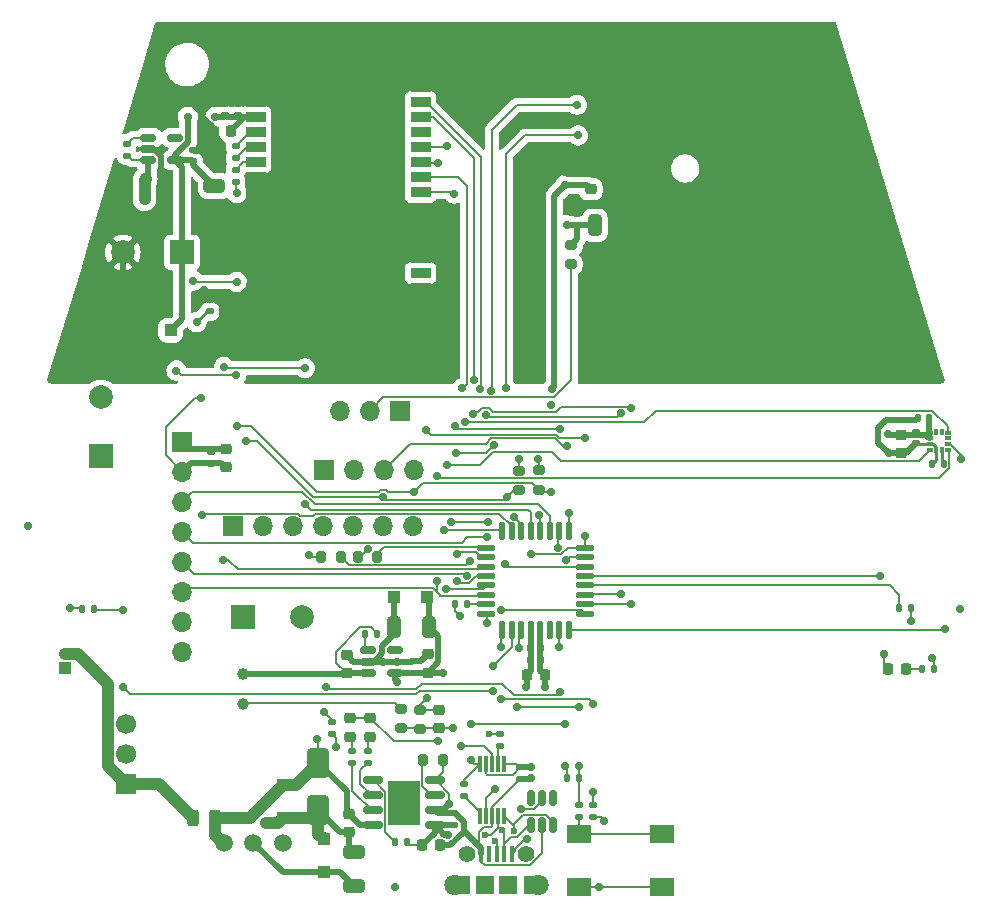
<source format=gbl>
%TF.GenerationSoftware,KiCad,Pcbnew,7.0.1-3b83917a11~172~ubuntu22.04.1*%
%TF.CreationDate,2023-04-06T21:51:21-06:00*%
%TF.ProjectId,gps-tracker,6770732d-7472-4616-936b-65722e6b6963,rev?*%
%TF.SameCoordinates,Original*%
%TF.FileFunction,Copper,L4,Bot*%
%TF.FilePolarity,Positive*%
%FSLAX46Y46*%
G04 Gerber Fmt 4.6, Leading zero omitted, Abs format (unit mm)*
G04 Created by KiCad (PCBNEW 7.0.1-3b83917a11~172~ubuntu22.04.1) date 2023-04-06 21:51:21*
%MOMM*%
%LPD*%
G01*
G04 APERTURE LIST*
G04 Aperture macros list*
%AMRoundRect*
0 Rectangle with rounded corners*
0 $1 Rounding radius*
0 $2 $3 $4 $5 $6 $7 $8 $9 X,Y pos of 4 corners*
0 Add a 4 corners polygon primitive as box body*
4,1,4,$2,$3,$4,$5,$6,$7,$8,$9,$2,$3,0*
0 Add four circle primitives for the rounded corners*
1,1,$1+$1,$2,$3*
1,1,$1+$1,$4,$5*
1,1,$1+$1,$6,$7*
1,1,$1+$1,$8,$9*
0 Add four rect primitives between the rounded corners*
20,1,$1+$1,$2,$3,$4,$5,0*
20,1,$1+$1,$4,$5,$6,$7,0*
20,1,$1+$1,$6,$7,$8,$9,0*
20,1,$1+$1,$8,$9,$2,$3,0*%
G04 Aperture macros list end*
%TA.AperFunction,SMDPad,CuDef*%
%ADD10R,0.400000X1.350000*%
%TD*%
%TA.AperFunction,ComponentPad*%
%ADD11C,1.408000*%
%TD*%
%TA.AperFunction,SMDPad,CuDef*%
%ADD12R,1.500000X1.550000*%
%TD*%
%TA.AperFunction,ComponentPad*%
%ADD13C,1.800000*%
%TD*%
%TA.AperFunction,SMDPad,CuDef*%
%ADD14RoundRect,0.250000X-0.650000X1.000000X-0.650000X-1.000000X0.650000X-1.000000X0.650000X1.000000X0*%
%TD*%
%TA.AperFunction,ComponentPad*%
%ADD15C,1.700000*%
%TD*%
%TA.AperFunction,ComponentPad*%
%ADD16R,1.700000X1.700000*%
%TD*%
%TA.AperFunction,ComponentPad*%
%ADD17O,1.700000X1.700000*%
%TD*%
%TA.AperFunction,ComponentPad*%
%ADD18R,1.000000X1.000000*%
%TD*%
%TA.AperFunction,ComponentPad*%
%ADD19C,1.000000*%
%TD*%
%TA.AperFunction,SMDPad,CuDef*%
%ADD20RoundRect,0.200000X-0.275000X0.200000X-0.275000X-0.200000X0.275000X-0.200000X0.275000X0.200000X0*%
%TD*%
%TA.AperFunction,ComponentPad*%
%ADD21R,2.000000X2.000000*%
%TD*%
%TA.AperFunction,ComponentPad*%
%ADD22C,2.000000*%
%TD*%
%TA.AperFunction,SMDPad,CuDef*%
%ADD23RoundRect,0.225000X0.225000X0.250000X-0.225000X0.250000X-0.225000X-0.250000X0.225000X-0.250000X0*%
%TD*%
%TA.AperFunction,SMDPad,CuDef*%
%ADD24RoundRect,0.140000X-0.140000X-0.170000X0.140000X-0.170000X0.140000X0.170000X-0.140000X0.170000X0*%
%TD*%
%TA.AperFunction,SMDPad,CuDef*%
%ADD25RoundRect,0.140000X0.170000X-0.140000X0.170000X0.140000X-0.170000X0.140000X-0.170000X-0.140000X0*%
%TD*%
%TA.AperFunction,SMDPad,CuDef*%
%ADD26RoundRect,0.218750X0.256250X-0.218750X0.256250X0.218750X-0.256250X0.218750X-0.256250X-0.218750X0*%
%TD*%
%TA.AperFunction,ComponentPad*%
%ADD27C,1.500000*%
%TD*%
%TA.AperFunction,SMDPad,CuDef*%
%ADD28RoundRect,0.135000X0.185000X-0.135000X0.185000X0.135000X-0.185000X0.135000X-0.185000X-0.135000X0*%
%TD*%
%TA.AperFunction,SMDPad,CuDef*%
%ADD29RoundRect,0.225000X-0.250000X0.225000X-0.250000X-0.225000X0.250000X-0.225000X0.250000X0.225000X0*%
%TD*%
%TA.AperFunction,SMDPad,CuDef*%
%ADD30RoundRect,0.250000X-0.650000X0.325000X-0.650000X-0.325000X0.650000X-0.325000X0.650000X0.325000X0*%
%TD*%
%TA.AperFunction,SMDPad,CuDef*%
%ADD31RoundRect,0.150000X-0.512500X-0.150000X0.512500X-0.150000X0.512500X0.150000X-0.512500X0.150000X0*%
%TD*%
%TA.AperFunction,SMDPad,CuDef*%
%ADD32R,2.000000X1.500000*%
%TD*%
%TA.AperFunction,SMDPad,CuDef*%
%ADD33RoundRect,0.243750X0.243750X0.456250X-0.243750X0.456250X-0.243750X-0.456250X0.243750X-0.456250X0*%
%TD*%
%TA.AperFunction,SMDPad,CuDef*%
%ADD34RoundRect,0.140000X0.140000X0.170000X-0.140000X0.170000X-0.140000X-0.170000X0.140000X-0.170000X0*%
%TD*%
%TA.AperFunction,SMDPad,CuDef*%
%ADD35RoundRect,0.200000X0.275000X-0.200000X0.275000X0.200000X-0.275000X0.200000X-0.275000X-0.200000X0*%
%TD*%
%TA.AperFunction,SMDPad,CuDef*%
%ADD36RoundRect,0.200000X0.200000X0.275000X-0.200000X0.275000X-0.200000X-0.275000X0.200000X-0.275000X0*%
%TD*%
%TA.AperFunction,SMDPad,CuDef*%
%ADD37RoundRect,0.150000X0.675000X0.150000X-0.675000X0.150000X-0.675000X-0.150000X0.675000X-0.150000X0*%
%TD*%
%TA.AperFunction,SMDPad,CuDef*%
%ADD38R,2.700000X3.800000*%
%TD*%
%TA.AperFunction,SMDPad,CuDef*%
%ADD39RoundRect,0.031500X0.143500X-0.173500X0.143500X0.173500X-0.143500X0.173500X-0.143500X-0.173500X0*%
%TD*%
%TA.AperFunction,SMDPad,CuDef*%
%ADD40RoundRect,0.031500X0.173500X0.143500X-0.173500X0.143500X-0.173500X-0.143500X0.173500X-0.143500X0*%
%TD*%
%TA.AperFunction,SMDPad,CuDef*%
%ADD41RoundRect,0.135000X-0.135000X-0.185000X0.135000X-0.185000X0.135000X0.185000X-0.135000X0.185000X0*%
%TD*%
%TA.AperFunction,SMDPad,CuDef*%
%ADD42RoundRect,0.135000X-0.185000X0.135000X-0.185000X-0.135000X0.185000X-0.135000X0.185000X0.135000X0*%
%TD*%
%TA.AperFunction,SMDPad,CuDef*%
%ADD43RoundRect,0.218750X0.218750X0.256250X-0.218750X0.256250X-0.218750X-0.256250X0.218750X-0.256250X0*%
%TD*%
%TA.AperFunction,SMDPad,CuDef*%
%ADD44R,1.676400X0.812800*%
%TD*%
%TA.AperFunction,SMDPad,CuDef*%
%ADD45RoundRect,0.140000X-0.170000X0.140000X-0.170000X-0.140000X0.170000X-0.140000X0.170000X0.140000X0*%
%TD*%
%TA.AperFunction,SMDPad,CuDef*%
%ADD46RoundRect,0.250000X-0.325000X-0.650000X0.325000X-0.650000X0.325000X0.650000X-0.325000X0.650000X0*%
%TD*%
%TA.AperFunction,SMDPad,CuDef*%
%ADD47RoundRect,0.135000X0.135000X0.185000X-0.135000X0.185000X-0.135000X-0.185000X0.135000X-0.185000X0*%
%TD*%
%TA.AperFunction,SMDPad,CuDef*%
%ADD48RoundRect,0.225000X-0.225000X-0.250000X0.225000X-0.250000X0.225000X0.250000X-0.225000X0.250000X0*%
%TD*%
%TA.AperFunction,SMDPad,CuDef*%
%ADD49RoundRect,0.250000X0.300000X0.300000X-0.300000X0.300000X-0.300000X-0.300000X0.300000X-0.300000X0*%
%TD*%
%TA.AperFunction,SMDPad,CuDef*%
%ADD50RoundRect,0.250000X-0.300000X0.300000X-0.300000X-0.300000X0.300000X-0.300000X0.300000X0.300000X0*%
%TD*%
%TA.AperFunction,SMDPad,CuDef*%
%ADD51RoundRect,0.225000X0.250000X-0.225000X0.250000X0.225000X-0.250000X0.225000X-0.250000X-0.225000X0*%
%TD*%
%TA.AperFunction,SMDPad,CuDef*%
%ADD52RoundRect,0.125000X0.125000X-0.625000X0.125000X0.625000X-0.125000X0.625000X-0.125000X-0.625000X0*%
%TD*%
%TA.AperFunction,SMDPad,CuDef*%
%ADD53RoundRect,0.125000X0.625000X-0.125000X0.625000X0.125000X-0.625000X0.125000X-0.625000X-0.125000X0*%
%TD*%
%TA.AperFunction,SMDPad,CuDef*%
%ADD54RoundRect,0.250000X0.300000X-0.300000X0.300000X0.300000X-0.300000X0.300000X-0.300000X-0.300000X0*%
%TD*%
%TA.AperFunction,SMDPad,CuDef*%
%ADD55R,0.300000X1.400000*%
%TD*%
%TA.AperFunction,SMDPad,CuDef*%
%ADD56RoundRect,0.200000X-0.200000X-0.275000X0.200000X-0.275000X0.200000X0.275000X-0.200000X0.275000X0*%
%TD*%
%TA.AperFunction,SMDPad,CuDef*%
%ADD57RoundRect,0.150000X0.150000X-0.512500X0.150000X0.512500X-0.150000X0.512500X-0.150000X-0.512500X0*%
%TD*%
%TA.AperFunction,SMDPad,CuDef*%
%ADD58RoundRect,0.250000X0.325000X0.650000X-0.325000X0.650000X-0.325000X-0.650000X0.325000X-0.650000X0*%
%TD*%
%TA.AperFunction,ViaPad*%
%ADD59C,0.700000*%
%TD*%
%TA.AperFunction,ViaPad*%
%ADD60C,0.600000*%
%TD*%
%TA.AperFunction,ViaPad*%
%ADD61C,1.000000*%
%TD*%
%TA.AperFunction,Conductor*%
%ADD62C,0.150000*%
%TD*%
%TA.AperFunction,Conductor*%
%ADD63C,0.500000*%
%TD*%
%TA.AperFunction,Conductor*%
%ADD64C,0.250000*%
%TD*%
%TA.AperFunction,Conductor*%
%ADD65C,1.000000*%
%TD*%
G04 APERTURE END LIST*
D10*
%TO.P,J1,1,VBUS*%
%TO.N,VBUS*%
X112400000Y-122825000D03*
%TO.P,J1,2,D-*%
%TO.N,/USB-*%
X111750000Y-122825000D03*
%TO.P,J1,3,D+*%
%TO.N,/USB+*%
X111100000Y-122825000D03*
%TO.P,J1,4,ID*%
%TO.N,unconnected-(J1-ID-Pad4)*%
X110450000Y-122825000D03*
%TO.P,J1,5,GND*%
%TO.N,GND*%
X109800000Y-122825000D03*
D11*
%TO.P,J1,P$6*%
%TO.N,N/C*%
X113600000Y-122800000D03*
%TO.P,J1,P$7*%
X108600000Y-122800000D03*
D12*
%TO.P,J1,P$10*%
X112100000Y-125500000D03*
%TO.P,J1,P$11*%
X110100000Y-125500000D03*
D13*
%TO.P,J1,P$12*%
X114600000Y-125500000D03*
D12*
X114150000Y-125500000D03*
%TO.P,J1,P$13*%
X108050000Y-125500000D03*
D13*
X107600000Y-125500000D03*
%TD*%
D14*
%TO.P,D9,1,K*%
%TO.N,/BATT_DIRECT*%
X96000000Y-115100000D03*
%TO.P,D9,2,A*%
%TO.N,GND*%
X96000000Y-119100000D03*
%TD*%
D15*
%TO.P,J4,3,Pin_3*%
%TO.N,unconnected-(J4-Pin_3-Pad3)*%
X79700000Y-111845000D03*
%TO.P,J4,2,Pin_2*%
%TO.N,GND*%
X79700000Y-114385000D03*
D16*
%TO.P,J4,1,Pin_1*%
%TO.N,Net-(J4-Pin_1)*%
X79700000Y-116925000D03*
%TD*%
%TO.P,J6,1,Pin_1*%
%TO.N,VCC*%
X102900000Y-85300000D03*
D17*
%TO.P,J6,2,Pin_2*%
%TO.N,Net-(J6-Pin_2)*%
X100360000Y-85300000D03*
%TO.P,J6,3,Pin_3*%
%TO.N,/BATT_DIRECT*%
X97820000Y-85300000D03*
%TD*%
D18*
%TO.P,J7,1,Pin_1*%
%TO.N,GND*%
X74600000Y-107125000D03*
D19*
%TO.P,J7,2,Pin_2*%
%TO.N,Net-(J4-Pin_1)*%
X74600000Y-105875000D03*
%TD*%
D16*
%TO.P,J3,1,Pin_1*%
%TO.N,GND*%
X84500000Y-87925000D03*
D17*
%TO.P,J3,2,Pin_2*%
%TO.N,VCC*%
X84500000Y-90465000D03*
%TO.P,J3,3,Pin_3*%
%TO.N,/SCREEN_DC*%
X84500000Y-93005000D03*
%TO.P,J3,4,Pin_4*%
%TO.N,/SCREEN_CS*%
X84500000Y-95545000D03*
%TO.P,J3,5,Pin_5*%
%TO.N,/SCK*%
X84500000Y-98085000D03*
%TO.P,J3,6,Pin_6*%
%TO.N,/MOSI*%
X84500000Y-100625000D03*
%TO.P,J3,7,Pin_7*%
%TO.N,/SCREEN_RESETN*%
X84500000Y-103165000D03*
%TO.P,J3,8,Pin_8*%
%TO.N,/SCREEN_BLK*%
X84500000Y-105705000D03*
%TD*%
D20*
%TO.P,R13,1*%
%TO.N,VCC*%
X114700000Y-90350000D03*
%TO.P,R13,2*%
%TO.N,/SDA*%
X114700000Y-92000000D03*
%TD*%
D21*
%TO.P,C16,1*%
%TO.N,+BATT*%
X89632323Y-102800000D03*
D22*
%TO.P,C16,2*%
%TO.N,GND*%
X94632323Y-102800000D03*
%TD*%
D23*
%TO.P,C34,1*%
%TO.N,GND*%
X82950000Y-65700000D03*
%TO.P,C34,2*%
%TO.N,+BATT*%
X81400000Y-65700000D03*
%TD*%
D24*
%TO.P,C4,1*%
%TO.N,GND*%
X113925000Y-105400000D03*
%TO.P,C4,2*%
%TO.N,VCC*%
X114885000Y-105400000D03*
%TD*%
D25*
%TO.P,C30,1*%
%TO.N,/RADIO_PWR*%
X89200000Y-60280000D03*
%TO.P,C30,2*%
%TO.N,GND*%
X89200000Y-59320000D03*
%TD*%
D26*
%TO.P,D6,1,K*%
%TO.N,Net-(D6-K)*%
X98700000Y-112887500D03*
%TO.P,D6,2,A*%
%TO.N,VBUS*%
X98700000Y-111312500D03*
%TD*%
D16*
%TO.P,J5,1,Pin_1*%
%TO.N,VCC*%
X96520000Y-90300000D03*
D17*
%TO.P,J5,2,Pin_2*%
%TO.N,GND*%
X99060000Y-90300000D03*
%TO.P,J5,3,Pin_3*%
%TO.N,/SWDIO*%
X101600000Y-90300000D03*
%TO.P,J5,4,Pin_4*%
%TO.N,/BOOT0*%
X104140000Y-90300000D03*
%TD*%
D27*
%TO.P,SW6,3,C*%
%TO.N,/BATT_DIRECT*%
X88000000Y-121900000D03*
%TO.P,SW6,2,B*%
%TO.N,+BATT*%
X90500000Y-121900000D03*
%TO.P,SW6,1,A*%
%TO.N,unconnected-(SW6-A-Pad1)*%
X93000000Y-121900000D03*
%TD*%
D25*
%TO.P,C29,1*%
%TO.N,VCC*%
X117800000Y-66200000D03*
%TO.P,C29,2*%
%TO.N,GND*%
X117800000Y-65240000D03*
%TD*%
D28*
%TO.P,R4,1*%
%TO.N,Net-(U2-~{CTS})*%
X108300000Y-117900000D03*
%TO.P,R4,2*%
%TO.N,/~{DTR}*%
X108300000Y-116880000D03*
%TD*%
D24*
%TO.P,C1,1*%
%TO.N,/~{DTR}*%
X117100000Y-116400000D03*
%TO.P,C1,2*%
%TO.N,Net-(U1-NRST)*%
X118060000Y-116400000D03*
%TD*%
D29*
%TO.P,C12,1*%
%TO.N,GND*%
X106200000Y-110650000D03*
%TO.P,C12,2*%
%TO.N,/VBATT_DIV*%
X106200000Y-112200000D03*
%TD*%
D30*
%TO.P,C15,1*%
%TO.N,GND*%
X99000000Y-122625000D03*
%TO.P,C15,2*%
%TO.N,+BATT*%
X99000000Y-125575000D03*
%TD*%
D23*
%TO.P,C5,1*%
%TO.N,VCC*%
X115200000Y-107700000D03*
%TO.P,C5,2*%
%TO.N,GND*%
X113650000Y-107700000D03*
%TD*%
D25*
%TO.P,C25,1*%
%TO.N,/RADIO_PWR*%
X88100000Y-60280000D03*
%TO.P,C25,2*%
%TO.N,GND*%
X88100000Y-59320000D03*
%TD*%
D28*
%TO.P,R2,1*%
%TO.N,Net-(U2-RXD)*%
X111400000Y-113700000D03*
%TO.P,R2,2*%
%TO.N,/USART_TX*%
X111400000Y-112680000D03*
%TD*%
D25*
%TO.P,C24,1*%
%TO.N,VCC*%
X117800000Y-66200000D03*
%TO.P,C24,2*%
%TO.N,GND*%
X117800000Y-65240000D03*
%TD*%
D28*
%TO.P,R24,1*%
%TO.N,Net-(U7-TXEN)*%
X89000000Y-63920000D03*
%TO.P,R24,2*%
%TO.N,Net-(U7-DIO2)*%
X89000000Y-62900000D03*
%TD*%
D24*
%TO.P,C32,1*%
%TO.N,GND*%
X113925000Y-106400000D03*
%TO.P,C32,2*%
%TO.N,VCC*%
X114885000Y-106400000D03*
%TD*%
D31*
%TO.P,U9,1,VIN*%
%TO.N,+BATT*%
X81625000Y-64100000D03*
%TO.P,U9,2,GND*%
%TO.N,GND*%
X81625000Y-63150000D03*
%TO.P,U9,3,EN*%
%TO.N,Net-(U9-EN)*%
X81625000Y-62200000D03*
%TO.P,U9,4,NC*%
%TO.N,unconnected-(U9-NC-Pad4)*%
X83900000Y-62200000D03*
%TO.P,U9,5,VOUT*%
%TO.N,/RADIO_PWR*%
X83900000Y-64100000D03*
%TD*%
D32*
%TO.P,SW2,1,1*%
%TO.N,GND*%
X118100000Y-125650000D03*
X125100000Y-125650000D03*
%TO.P,SW2,2,2*%
%TO.N,Net-(R25-Pad1)*%
X118100000Y-121150000D03*
X125100000Y-121150000D03*
%TD*%
D29*
%TO.P,C7,1*%
%TO.N,GND*%
X88200000Y-88550000D03*
%TO.P,C7,2*%
%TO.N,VCC*%
X88200000Y-90100000D03*
%TD*%
D33*
%TO.P,TH1,1*%
%TO.N,/BATT_DIRECT*%
X87300000Y-119800000D03*
%TO.P,TH1,2*%
%TO.N,Net-(J4-Pin_1)*%
X85425000Y-119800000D03*
%TD*%
D34*
%TO.P,C20,2*%
%TO.N,GND*%
X146780000Y-85900000D03*
%TO.P,C20,1*%
%TO.N,VCC*%
X147740000Y-85900000D03*
%TD*%
D31*
%TO.P,U4,1,VIN*%
%TO.N,+BATT*%
X100225000Y-107500000D03*
%TO.P,U4,2,GND*%
%TO.N,GND*%
X100225000Y-106550000D03*
%TO.P,U4,3,EN*%
%TO.N,Net-(U4-EN)*%
X100225000Y-105600000D03*
%TO.P,U4,4,NC*%
%TO.N,unconnected-(U4-NC-Pad4)*%
X102500000Y-105600000D03*
%TO.P,U4,5,VOUT*%
%TO.N,VCC*%
X102500000Y-107500000D03*
%TD*%
D25*
%TO.P,C14,1*%
%TO.N,VCC*%
X104000000Y-107480000D03*
%TO.P,C14,2*%
%TO.N,GND*%
X104000000Y-106520000D03*
%TD*%
D35*
%TO.P,R17,1*%
%TO.N,/VBATT_DIV*%
X104600000Y-112250000D03*
%TO.P,R17,2*%
%TO.N,GND*%
X104600000Y-110600000D03*
%TD*%
D16*
%TO.P,J2,1,Pin_1*%
%TO.N,GND*%
X88800000Y-95100000D03*
D17*
%TO.P,J2,2,Pin_2*%
%TO.N,VCC*%
X91340000Y-95100000D03*
%TO.P,J2,3,Pin_3*%
%TO.N,+BATT*%
X93880000Y-95100000D03*
%TO.P,J2,4,Pin_4*%
%TO.N,Net-(J2-Pin_4)*%
X96420000Y-95100000D03*
%TO.P,J2,5,Pin_5*%
%TO.N,Net-(J2-Pin_5)*%
X98960000Y-95100000D03*
%TO.P,J2,6,Pin_6*%
%TO.N,/SCL*%
X101500000Y-95100000D03*
%TO.P,J2,7,Pin_7*%
%TO.N,/SDA*%
X104040000Y-95100000D03*
%TD*%
D36*
%TO.P,R12,1*%
%TO.N,/AUX1*%
X97925000Y-97700000D03*
%TO.P,R12,2*%
%TO.N,Net-(J2-Pin_4)*%
X96275000Y-97700000D03*
%TD*%
D20*
%TO.P,R16,1*%
%TO.N,+BATT*%
X103000000Y-110550000D03*
%TO.P,R16,2*%
%TO.N,/VBATT_DIV*%
X103000000Y-112200000D03*
%TD*%
D37*
%TO.P,U8,1,TEMP*%
%TO.N,GND*%
X105850000Y-116590000D03*
%TO.P,U8,2,PROG*%
%TO.N,Net-(U8-PROG)*%
X105850000Y-117860000D03*
%TO.P,U8,3,GND*%
%TO.N,GND*%
X105850000Y-119130000D03*
%TO.P,U8,4,VCC*%
%TO.N,VBUS*%
X105850000Y-120400000D03*
%TO.P,U8,5,BAT*%
%TO.N,/BATT_DIRECT*%
X100600000Y-120400000D03*
%TO.P,U8,6,~{STDBY}*%
%TO.N,/~{STDBY}*%
X100600000Y-119130000D03*
%TO.P,U8,7,~{CHRG}*%
%TO.N,/~{CHRG}*%
X100600000Y-117860000D03*
%TO.P,U8,8,CE*%
%TO.N,Net-(U8-CE)*%
X100600000Y-116590000D03*
D38*
%TO.P,U8,~*%
%TO.N,N/C*%
X103225000Y-118495000D03*
%TD*%
D39*
%TO.P,U5,12,NC3*%
%TO.N,unconnected-(U5-NC3-Pad12)*%
X148790000Y-87140000D03*
%TO.P,U5,11,NC2*%
%TO.N,unconnected-(U5-NC2-Pad11)*%
X148290000Y-87140000D03*
D40*
%TO.P,U5,10,VDD_IO*%
%TO.N,VCC*%
X147780000Y-87150000D03*
%TO.P,U5,9,VDD*%
X147780000Y-87650000D03*
%TO.P,U5,8,GND*%
%TO.N,GND*%
X147780000Y-88150000D03*
%TO.P,U5,7,INT/DRDY/SDO*%
%TO.N,/MISO*%
X147780000Y-88650000D03*
D39*
%TO.P,U5,6,GND*%
%TO.N,GND*%
X148290000Y-88660000D03*
%TO.P,U5,5,C1*%
%TO.N,Net-(U5-C1)*%
X148790000Y-88660000D03*
D40*
%TO.P,U5,4,SDA/SDI/SDO*%
%TO.N,/MOSI*%
X149300000Y-88650000D03*
%TO.P,U5,3,CS*%
%TO.N,/COMPASS_CS*%
X149300000Y-88150000D03*
%TO.P,U5,2,NC1*%
%TO.N,unconnected-(U5-NC1-Pad2)*%
X149300000Y-87650000D03*
%TO.P,U5,1,SCL/SPC*%
%TO.N,/SCK*%
X149300000Y-87150000D03*
%TD*%
D41*
%TO.P,R11,1*%
%TO.N,Net-(D2-K)*%
X147090000Y-107200000D03*
%TO.P,R11,2*%
%TO.N,GND*%
X148110000Y-107200000D03*
%TD*%
D42*
%TO.P,R18,1*%
%TO.N,Net-(D6-K)*%
X98900000Y-114090000D03*
%TO.P,R18,2*%
%TO.N,/~{STDBY}*%
X98900000Y-115110000D03*
%TD*%
D43*
%TO.P,D2,1,K*%
%TO.N,Net-(D2-K)*%
X145800000Y-107200000D03*
%TO.P,D2,2,A*%
%TO.N,/LED*%
X144225000Y-107200000D03*
%TD*%
D44*
%TO.P,U7,1,GND*%
%TO.N,GND*%
X90700000Y-74908000D03*
%TO.P,U7,2,GND*%
X90700000Y-73638000D03*
%TO.P,U7,3,GND*%
X90700000Y-72368000D03*
%TO.P,U7,4,GND*%
X90700000Y-66780000D03*
%TO.P,U7,5,GND*%
X90700000Y-65510000D03*
%TO.P,U7,6,RXEN*%
%TO.N,Net-(U7-RXEN)*%
X90700000Y-64240000D03*
%TO.P,U7,7,TXEN*%
%TO.N,Net-(U7-TXEN)*%
X90700000Y-62970000D03*
%TO.P,U7,8,DIO2*%
%TO.N,Net-(U7-DIO2)*%
X90700000Y-61700000D03*
%TO.P,U7,9,VCC*%
%TO.N,/RADIO_PWR*%
X90700000Y-60430000D03*
%TO.P,U7,10,GND*%
%TO.N,GND*%
X90700000Y-59160000D03*
%TO.P,U7,11,GND*%
X90700000Y-57890000D03*
%TO.P,U7,12,GND*%
X104670000Y-57890000D03*
%TO.P,U7,13,DIO1*%
%TO.N,/RADIO_DIO1*%
X104670000Y-59160000D03*
%TO.P,U7,14,BUSY*%
%TO.N,/RADIO_BUSY*%
X104670000Y-60430000D03*
%TO.P,U7,15,NRST*%
%TO.N,unconnected-(U7-NRST-Pad15)*%
X104670000Y-61700000D03*
%TO.P,U7,16,MISO*%
%TO.N,/MISO*%
X104670000Y-62970000D03*
%TO.P,U7,17,MOSI*%
%TO.N,/MOSI*%
X104670000Y-64240000D03*
%TO.P,U7,18,SCK*%
%TO.N,/SCK*%
X104670000Y-65510000D03*
%TO.P,U7,19,NSS*%
%TO.N,/RADIO_CS*%
X104670000Y-66780000D03*
%TO.P,U7,20,GND*%
%TO.N,GND*%
X104670000Y-72368000D03*
%TO.P,U7,21,ANT*%
%TO.N,unconnected-(U7-ANT-Pad21)*%
X104670000Y-73638000D03*
%TO.P,U7,22,GND*%
%TO.N,GND*%
X104670000Y-74908000D03*
%TD*%
D45*
%TO.P,C17,2*%
%TO.N,GND*%
X146640000Y-88060000D03*
%TO.P,C17,1*%
%TO.N,VCC*%
X146640000Y-87100000D03*
%TD*%
D21*
%TO.P,C19,1*%
%TO.N,VCC*%
X77600000Y-89167677D03*
D22*
%TO.P,C19,2*%
%TO.N,GND*%
X77600000Y-84167677D03*
%TD*%
D29*
%TO.P,C22,1*%
%TO.N,GND*%
X119100000Y-65000000D03*
%TO.P,C22,2*%
%TO.N,VCC*%
X119100000Y-66550000D03*
%TD*%
D34*
%TO.P,C18,2*%
%TO.N,GND*%
X147980000Y-89800000D03*
%TO.P,C18,1*%
%TO.N,Net-(U5-C1)*%
X148940000Y-89800000D03*
%TD*%
D46*
%TO.P,C26,1*%
%TO.N,GND*%
X102425000Y-103600000D03*
%TO.P,C26,2*%
%TO.N,VCC*%
X105375000Y-103600000D03*
%TD*%
D45*
%TO.P,C33,1*%
%TO.N,GND*%
X107500000Y-119400000D03*
%TO.P,C33,2*%
%TO.N,VBUS*%
X107500000Y-120360000D03*
%TD*%
D47*
%TO.P,R1,1*%
%TO.N,/SW1*%
X77000000Y-102100000D03*
%TO.P,R1,2*%
%TO.N,Net-(R1-Pad2)*%
X75980000Y-102100000D03*
%TD*%
D28*
%TO.P,R25,1*%
%TO.N,Net-(R25-Pad1)*%
X118100000Y-119700000D03*
%TO.P,R25,2*%
%TO.N,Net-(U1-NRST)*%
X118100000Y-118680000D03*
%TD*%
D48*
%TO.P,C23,1*%
%TO.N,GND*%
X87025000Y-61600000D03*
%TO.P,C23,2*%
%TO.N,/RADIO_PWR*%
X88575000Y-61600000D03*
%TD*%
D47*
%TO.P,R15,1*%
%TO.N,+BATT*%
X101010000Y-104200000D03*
%TO.P,R15,2*%
%TO.N,Net-(U4-EN)*%
X99990000Y-104200000D03*
%TD*%
D49*
%TO.P,D8,1,A1*%
%TO.N,/RADIO_PWR*%
X83500000Y-78500000D03*
%TO.P,D8,2,A2*%
%TO.N,GND*%
X80700000Y-78500000D03*
%TD*%
D50*
%TO.P,D3,1,A1*%
%TO.N,/BATT_DIRECT*%
X93000000Y-117000000D03*
%TO.P,D3,2,A2*%
%TO.N,GND*%
X93000000Y-119800000D03*
%TD*%
D51*
%TO.P,C2,1*%
%TO.N,GND*%
X98600000Y-120975000D03*
%TO.P,C2,2*%
%TO.N,/BATT_DIRECT*%
X98600000Y-119425000D03*
%TD*%
D25*
%TO.P,C6,1*%
%TO.N,GND*%
X113100000Y-116460000D03*
%TO.P,C6,2*%
%TO.N,VCC*%
X113100000Y-115500000D03*
%TD*%
%TO.P,C36,1*%
%TO.N,/RADIO_PWR*%
X85400000Y-64180000D03*
%TO.P,C36,2*%
%TO.N,GND*%
X85400000Y-63220000D03*
%TD*%
D49*
%TO.P,D5,1,A1*%
%TO.N,VCC*%
X105200000Y-101100000D03*
%TO.P,D5,2,A2*%
%TO.N,GND*%
X102400000Y-101100000D03*
%TD*%
D41*
%TO.P,R8,1*%
%TO.N,Net-(U2-TXD)*%
X107590000Y-101700000D03*
%TO.P,R8,2*%
%TO.N,/USART_RX*%
X108610000Y-101700000D03*
%TD*%
D23*
%TO.P,C21,1*%
%TO.N,GND*%
X106350000Y-122100000D03*
%TO.P,C21,2*%
%TO.N,VBUS*%
X104800000Y-122100000D03*
%TD*%
D20*
%TO.P,R21,1*%
%TO.N,Net-(U6-V_BCKP)*%
X117400000Y-71250000D03*
%TO.P,R21,2*%
%TO.N,Net-(J6-Pin_2)*%
X117400000Y-72900000D03*
%TD*%
D41*
%TO.P,R3,1*%
%TO.N,/SW2*%
X145180000Y-102000000D03*
%TO.P,R3,2*%
%TO.N,Net-(R3-Pad2)*%
X146200000Y-102000000D03*
%TD*%
D29*
%TO.P,C11,1*%
%TO.N,GND*%
X105300000Y-105925000D03*
%TO.P,C11,2*%
%TO.N,VCC*%
X105300000Y-107475000D03*
%TD*%
D25*
%TO.P,C9,1*%
%TO.N,VCC*%
X86800000Y-76900000D03*
%TO.P,C9,2*%
%TO.N,GND*%
X86800000Y-75940000D03*
%TD*%
D42*
%TO.P,R19,1*%
%TO.N,Net-(D7-K)*%
X100200000Y-114090000D03*
%TO.P,R19,2*%
%TO.N,/~{CHRG}*%
X100200000Y-115110000D03*
%TD*%
%TO.P,R5,1*%
%TO.N,/SW3*%
X119300000Y-118700000D03*
%TO.P,R5,2*%
%TO.N,Net-(R5-Pad2)*%
X119300000Y-119720000D03*
%TD*%
D29*
%TO.P,C10,2*%
%TO.N,+BATT*%
X98400000Y-107550000D03*
%TO.P,C10,1*%
%TO.N,GND*%
X98400000Y-106000000D03*
%TD*%
D25*
%TO.P,C27,1*%
%TO.N,Net-(U6-V_BCKP)*%
X117900000Y-69600000D03*
%TO.P,C27,2*%
%TO.N,GND*%
X117900000Y-68640000D03*
%TD*%
D26*
%TO.P,D7,2,A*%
%TO.N,VBUS*%
X100400000Y-111312500D03*
%TO.P,D7,1,K*%
%TO.N,Net-(D7-K)*%
X100400000Y-112887500D03*
%TD*%
D52*
%TO.P,U1,1,PB9*%
%TO.N,/COMPASS_CS*%
X117200000Y-103875000D03*
%TO.P,U1,2,PC14*%
%TO.N,/SW4*%
X116400000Y-103875000D03*
%TO.P,U1,3,PC15*%
%TO.N,unconnected-(U1-PC15-Pad3)*%
X115600000Y-103875000D03*
%TO.P,U1,4,VDD*%
%TO.N,VCC*%
X114800000Y-103875000D03*
%TO.P,U1,5,VSS*%
%TO.N,GND*%
X114000000Y-103875000D03*
%TO.P,U1,6,NRST*%
%TO.N,Net-(U1-NRST)*%
X113200000Y-103875000D03*
%TO.P,U1,7,PA0*%
%TO.N,/SW1*%
X112400000Y-103875000D03*
%TO.P,U1,8,PA1*%
%TO.N,/SW3*%
X111600000Y-103875000D03*
D53*
%TO.P,U1,9,PA2*%
%TO.N,/USART_TX*%
X110225000Y-102500000D03*
%TO.P,U1,10,PA3*%
%TO.N,/USART_RX*%
X110225000Y-101700000D03*
%TO.P,U1,11,PA4*%
%TO.N,/MOSI*%
X110225000Y-100900000D03*
%TO.P,U1,12,PA5*%
%TO.N,/GPS_TX*%
X110225000Y-100100000D03*
%TO.P,U1,13,PA6*%
%TO.N,/VBATT_DIV*%
X110225000Y-99300000D03*
%TO.P,U1,14,PA7*%
%TO.N,/SCREEN_BLK*%
X110225000Y-98500000D03*
%TO.P,U1,15,PB0*%
%TO.N,/GPS_RX*%
X110225000Y-97700000D03*
%TO.P,U1,16,PB1*%
%TO.N,/AUX2*%
X110225000Y-96900000D03*
D52*
%TO.P,U1,17,PB2*%
%TO.N,/MISO*%
X111600000Y-95525000D03*
%TO.P,U1,18,PA8*%
%TO.N,/SCREEN_RESETN*%
X112400000Y-95525000D03*
%TO.P,U1,19,PA9/NC*%
%TO.N,/SCL*%
X113200000Y-95525000D03*
%TO.P,U1,20,PC6*%
%TO.N,/RADIO_RXEN*%
X114000000Y-95525000D03*
%TO.P,U1,21,PA10/NC*%
%TO.N,/SDA*%
X114800000Y-95525000D03*
%TO.P,U1,22,PA11/PA9*%
%TO.N,/SCREEN_DC*%
X115600000Y-95525000D03*
%TO.P,U1,23,PA12/PA10*%
%TO.N,/SCREEN_CS*%
X116400000Y-95525000D03*
%TO.P,U1,24,PA13*%
%TO.N,/SWDIO*%
X117200000Y-95525000D03*
D53*
%TO.P,U1,25,PA14*%
%TO.N,/BOOT0*%
X118575000Y-96900000D03*
%TO.P,U1,26,PA15*%
%TO.N,/RADIO_CS*%
X118575000Y-97700000D03*
%TO.P,U1,27,PB3*%
%TO.N,/AUX1*%
X118575000Y-98500000D03*
%TO.P,U1,28,PB4*%
%TO.N,/LED*%
X118575000Y-99300000D03*
%TO.P,U1,29,PB5*%
%TO.N,/SW2*%
X118575000Y-100100000D03*
%TO.P,U1,30,PB6*%
%TO.N,/RADIO_DIO1*%
X118575000Y-100900000D03*
%TO.P,U1,31,PB7*%
%TO.N,/RADIO_BUSY*%
X118575000Y-101700000D03*
%TO.P,U1,32,PB8*%
%TO.N,/SCK*%
X118575000Y-102500000D03*
%TD*%
D47*
%TO.P,R6,1*%
%TO.N,VBUS*%
X103500000Y-121800000D03*
%TO.P,R6,2*%
%TO.N,Net-(U8-CE)*%
X102480000Y-121800000D03*
%TD*%
D28*
%TO.P,R22,1*%
%TO.N,+BATT*%
X79800000Y-63700000D03*
%TO.P,R22,2*%
%TO.N,Net-(U9-EN)*%
X79800000Y-62680000D03*
%TD*%
D42*
%TO.P,R7,1*%
%TO.N,/SW4*%
X97200000Y-111680000D03*
%TO.P,R7,2*%
%TO.N,Net-(R7-Pad2)*%
X97200000Y-112700000D03*
%TD*%
D25*
%TO.P,C8,1*%
%TO.N,VCC*%
X86900000Y-89800000D03*
%TO.P,C8,2*%
%TO.N,GND*%
X86900000Y-88840000D03*
%TD*%
D51*
%TO.P,C35,2*%
%TO.N,VCC*%
X145340000Y-87350000D03*
%TO.P,C35,1*%
%TO.N,GND*%
X145340000Y-88900000D03*
%TD*%
D21*
%TO.P,C3,1*%
%TO.N,/RADIO_PWR*%
X84467677Y-71900000D03*
D22*
%TO.P,C3,2*%
%TO.N,GND*%
X79467677Y-71900000D03*
%TD*%
D54*
%TO.P,D4,1,A1*%
%TO.N,+BATT*%
X96500000Y-124400000D03*
%TO.P,D4,2,A2*%
%TO.N,GND*%
X96500000Y-121600000D03*
%TD*%
D30*
%TO.P,C37,1*%
%TO.N,GND*%
X87200000Y-63325000D03*
%TO.P,C37,2*%
%TO.N,/RADIO_PWR*%
X87200000Y-66275000D03*
%TD*%
D55*
%TO.P,U2,1,UD+*%
%TO.N,/USB+*%
X111700000Y-119600000D03*
%TO.P,U2,2,UD-*%
%TO.N,/USB-*%
X111200000Y-119600000D03*
%TO.P,U2,3,GND*%
%TO.N,GND*%
X110700000Y-119600000D03*
%TO.P,U2,4,~{RTS}*%
%TO.N,/BOOT0*%
X110200000Y-119600000D03*
%TO.P,U2,5,~{CTS}*%
%TO.N,Net-(U2-~{CTS})*%
X109700000Y-119600000D03*
%TO.P,U2,6,TNOW*%
%TO.N,/~{DTR}*%
X109700000Y-115200000D03*
%TO.P,U2,7,VCC*%
%TO.N,VCC*%
X110200000Y-115200000D03*
%TO.P,U2,8,TXD*%
%TO.N,Net-(U2-TXD)*%
X110700000Y-115200000D03*
%TO.P,U2,9,RXD*%
%TO.N,Net-(U2-RXD)*%
X111200000Y-115200000D03*
%TO.P,U2,10,V3*%
%TO.N,VCC*%
X111700000Y-115200000D03*
%TD*%
D56*
%TO.P,R20,1*%
%TO.N,Net-(U8-PROG)*%
X104875000Y-114900000D03*
%TO.P,R20,2*%
%TO.N,GND*%
X106525000Y-114900000D03*
%TD*%
D57*
%TO.P,D1,1,IO1*%
%TO.N,/USB+*%
X115900000Y-120400000D03*
%TO.P,D1,2,GND*%
%TO.N,GND*%
X114950000Y-120400000D03*
%TO.P,D1,3,IO2*%
%TO.N,/USB-*%
X114000000Y-120400000D03*
%TO.P,D1,4,IO3*%
%TO.N,unconnected-(D1-IO3-Pad4)*%
X114000000Y-118125000D03*
%TO.P,D1,5,REF*%
%TO.N,VBUS*%
X114950000Y-118125000D03*
%TO.P,D1,6,IO4*%
%TO.N,unconnected-(D1-IO4-Pad6)*%
X115900000Y-118125000D03*
%TD*%
D36*
%TO.P,R14,1*%
%TO.N,/AUX2*%
X101000000Y-97700000D03*
%TO.P,R14,2*%
%TO.N,Net-(J2-Pin_5)*%
X99350000Y-97700000D03*
%TD*%
D58*
%TO.P,C28,1*%
%TO.N,GND*%
X122375000Y-69600000D03*
%TO.P,C28,2*%
%TO.N,Net-(U6-V_BCKP)*%
X119425000Y-69600000D03*
%TD*%
D28*
%TO.P,R23,1*%
%TO.N,/RADIO_RXEN*%
X89000000Y-65910000D03*
%TO.P,R23,2*%
%TO.N,Net-(U7-RXEN)*%
X89000000Y-64890000D03*
%TD*%
D20*
%TO.P,R10,2*%
%TO.N,/SCL*%
X113000000Y-92050000D03*
%TO.P,R10,1*%
%TO.N,VCC*%
X113000000Y-90400000D03*
%TD*%
D59*
%TO.N,/SCK*%
X108457868Y-86300000D03*
%TO.N,/MOSI*%
X106051000Y-90800000D03*
%TO.N,/MISO*%
X106900000Y-89900000D03*
%TO.N,/SCK*%
X108200000Y-83400000D03*
%TO.N,/RADIO_BUSY*%
X109174500Y-82673452D03*
X109100000Y-85600000D03*
X122500000Y-101700000D03*
X122500000Y-85100000D03*
%TO.N,/RADIO_DIO1*%
X109674500Y-83455300D03*
X110230202Y-85625500D03*
X121600000Y-100800000D03*
X121600000Y-85525500D03*
%TO.N,/GPS_TX*%
X106800000Y-100400000D03*
X117900000Y-59400000D03*
X107200000Y-94700000D03*
X110400000Y-94700000D03*
X110600000Y-83600000D03*
%TO.N,/GPS_RX*%
X107625500Y-88900000D03*
X111900000Y-83400000D03*
X118000000Y-62000000D03*
X110899834Y-88225500D03*
X107774500Y-97423665D03*
%TO.N,VCC*%
X115800000Y-83500000D03*
X115700000Y-84800000D03*
%TO.N,/RADIO_RXEN*%
X89100000Y-66900000D03*
%TO.N,/SCL*%
X89100000Y-74400000D03*
X85400000Y-74300000D03*
%TO.N,/RADIO_RXEN*%
X94900000Y-81700000D03*
X94900000Y-93200000D03*
X88000000Y-81600000D03*
%TO.N,VCC*%
X86100000Y-84200000D03*
%TO.N,/SDA*%
X84000000Y-81900000D03*
X89080149Y-82274500D03*
%TO.N,/SW1*%
X79500000Y-102200000D03*
X79500000Y-108700000D03*
X110800000Y-109000000D03*
X110800000Y-106900000D03*
%TO.N,GND*%
X102700000Y-106550000D03*
X101500000Y-106550000D03*
%TO.N,/SW4*%
X116500000Y-109100000D03*
X116400000Y-105300000D03*
X96500000Y-110800000D03*
X96685611Y-108725500D03*
%TO.N,/RADIO_CS*%
X116500000Y-86874500D03*
X117000000Y-97900000D03*
X107600000Y-86600000D03*
X107511276Y-66923743D03*
%TO.N,/MISO*%
X106625500Y-95412669D03*
X106900000Y-62900000D03*
%TO.N,/MOSI*%
X106051000Y-99700000D03*
X106100000Y-64300000D03*
%TO.N,/COMPASS_CS*%
X149100000Y-103800000D03*
X150400000Y-89400000D03*
%TO.N,/SW3*%
X111500000Y-105300000D03*
X111500000Y-109700000D03*
%TO.N,Net-(U1-NRST)*%
X112800000Y-110400000D03*
X112962254Y-105417989D03*
X118100000Y-115400000D03*
X118100000Y-110400000D03*
%TO.N,Net-(R7-Pad2)*%
X97500000Y-113800000D03*
%TO.N,/BOOT0*%
X118600000Y-95900000D03*
X118600000Y-87600000D03*
X105100000Y-86900000D03*
%TO.N,/SWDIO*%
X117100000Y-88300000D03*
X117200000Y-94000000D03*
%TO.N,/BATT_DIRECT*%
X95900000Y-113100000D03*
%TO.N,Net-(R1-Pad2)*%
X75000000Y-102000000D03*
%TO.N,GND*%
X71400000Y-95100000D03*
%TO.N,/SCREEN_BLK*%
X87900000Y-97900000D03*
%TO.N,/SCREEN_RESETN*%
X86200000Y-94100000D03*
%TO.N,/SCK*%
X108560064Y-99274500D03*
X111500000Y-102200000D03*
%TO.N,/SCREEN_CS*%
X110259600Y-95974500D03*
X116300000Y-96900000D03*
%TO.N,Net-(J2-Pin_5)*%
X100213508Y-97043780D03*
%TO.N,Net-(J2-Pin_4)*%
X95200000Y-97500000D03*
%TO.N,/SDA*%
X89100000Y-86600000D03*
%TO.N,/SCL*%
X89900000Y-87900000D03*
X112000000Y-92600000D03*
X112600000Y-94274000D03*
%TO.N,/SDA*%
X114700000Y-94100000D03*
X115700000Y-92200000D03*
%TO.N,/SCL*%
X101500001Y-92625500D03*
%TO.N,Net-(R3-Pad2)*%
X146200000Y-103100000D03*
%TO.N,GND*%
X150300000Y-102100000D03*
X148000000Y-106200000D03*
%TO.N,/LED*%
X143600000Y-99300000D03*
X143900000Y-105900000D03*
%TO.N,/SW3*%
X119300000Y-117600000D03*
X119300000Y-110100000D03*
%TO.N,/BOOT0*%
X114000000Y-97474500D03*
%TO.N,/AUX1*%
X111834635Y-98319184D03*
%TO.N,/BOOT0*%
X111000000Y-117300000D03*
%TO.N,GND*%
X119800000Y-125650000D03*
X102500000Y-125600000D03*
%TO.N,Net-(R5-Pad2)*%
X120200000Y-120000000D03*
%TO.N,/~{DTR}*%
X116900000Y-115400000D03*
X108900000Y-111800000D03*
X116900000Y-111800000D03*
X108900000Y-114900000D03*
%TO.N,GND*%
X105200000Y-109600000D03*
%TO.N,Net-(U2-TXD)*%
X108000000Y-102700000D03*
X108100000Y-113700000D03*
D60*
%TO.N,/USART_TX*%
X110475500Y-112697080D03*
D59*
X110300000Y-103300000D03*
%TO.N,VBUS*%
X113700000Y-121600000D03*
%TO.N,/VBATT_DIV*%
X107400000Y-112200000D03*
X107774500Y-99753215D03*
%TO.N,VBUS*%
X106100000Y-113300000D03*
%TO.N,/SDA*%
X104100000Y-92200000D03*
%TO.N,VCC*%
X112969085Y-89374500D03*
X114649728Y-89374500D03*
%TO.N,/AUX1*%
X108864526Y-98063677D03*
%TO.N,GND*%
X144300000Y-88900000D03*
%TO.N,VCC*%
X144200000Y-87300000D03*
%TO.N,GND*%
X114000000Y-116400000D03*
%TO.N,VCC*%
X114000000Y-115500000D03*
X115200000Y-108700000D03*
%TO.N,GND*%
X113600000Y-108700000D03*
%TO.N,VCC*%
X102700000Y-108300000D03*
X106600000Y-107500000D03*
D61*
%TO.N,+BATT*%
X89632323Y-110100000D03*
X89632323Y-107600000D03*
X81300000Y-67400000D03*
D59*
%TO.N,GND*%
X86300000Y-75100000D03*
%TO.N,VCC*%
X85700000Y-77800000D03*
%TO.N,/RADIO_PWR*%
X84950500Y-60400000D03*
X87300000Y-60400000D03*
%TO.N,Net-(U6-V_BCKP)*%
X117100000Y-69600000D03*
%TO.N,VCC*%
X116900000Y-66200000D03*
%TO.N,GND*%
X116900000Y-65100000D03*
X107100000Y-118600000D03*
X91600000Y-120200000D03*
%TO.N,VBUS*%
X107000000Y-121187636D03*
X113136589Y-118983905D03*
D60*
%TO.N,/USB-*%
X111600000Y-120800000D03*
X110100000Y-121200000D03*
%TO.N,/USB+*%
X110966223Y-121724500D03*
X112600000Y-120900000D03*
%TD*%
D62*
%TO.N,/BOOT0*%
X116164533Y-87351499D02*
X105551499Y-87351499D01*
X116413034Y-87600000D02*
X116164533Y-87351499D01*
X118600000Y-87600000D02*
X116413034Y-87600000D01*
X105551499Y-87351499D02*
X105100000Y-86900000D01*
%TO.N,Net-(J6-Pin_2)*%
X115937966Y-84174500D02*
X101485500Y-84174500D01*
X117400000Y-72900000D02*
X117400000Y-82712466D01*
X117400000Y-82712466D02*
X115937966Y-84174500D01*
X101485500Y-84174500D02*
X100360000Y-85300000D01*
%TO.N,/MOSI*%
X106051000Y-100679249D02*
X106051000Y-99700000D01*
X106271751Y-100900000D02*
X106051000Y-100679249D01*
%TO.N,/SCK*%
X123600000Y-86300000D02*
X108457868Y-86300000D01*
X147966188Y-85300000D02*
X124600000Y-85300000D01*
X149300000Y-86633812D02*
X147966188Y-85300000D01*
X124600000Y-85300000D02*
X123600000Y-86300000D01*
X149300000Y-87150000D02*
X149300000Y-86633812D01*
%TO.N,+BATT*%
X89682323Y-110050000D02*
X102500000Y-110050000D01*
X103000000Y-110550000D02*
X102500000Y-110050000D01*
%TO.N,GND*%
X118100000Y-125650000D02*
X125100000Y-125650000D01*
%TO.N,/RADIO_BUSY*%
X116549000Y-84951000D02*
X116125000Y-85375000D01*
X110468168Y-85051000D02*
X109824000Y-85051000D01*
X116125000Y-85375000D02*
X110792168Y-85375000D01*
%TO.N,/SWDIO*%
X110190411Y-88122457D02*
X110661868Y-87651000D01*
%TO.N,/RADIO_BUSY*%
X109824000Y-85051000D02*
X109500000Y-85375000D01*
%TO.N,/SWDIO*%
X101600000Y-90300000D02*
X103777543Y-88122457D01*
X103777543Y-88122457D02*
X110190411Y-88122457D01*
%TO.N,/RADIO_CS*%
X107600000Y-86600000D02*
X107874500Y-86874500D01*
%TO.N,/SWDIO*%
X110661868Y-87651000D02*
X116040476Y-87651000D01*
%TO.N,/RADIO_CS*%
X107874500Y-86874500D02*
X116500000Y-86874500D01*
%TO.N,/RADIO_BUSY*%
X110792168Y-85375000D02*
X110468168Y-85051000D01*
X122500000Y-85100000D02*
X122351000Y-84951000D01*
%TO.N,/SWDIO*%
X116040476Y-87651000D02*
X116689476Y-88300000D01*
%TO.N,/RADIO_BUSY*%
X122351000Y-84951000D02*
X116549000Y-84951000D01*
%TO.N,/RADIO_DIO1*%
X110400000Y-85800000D02*
X121325500Y-85800000D01*
X121325500Y-85800000D02*
X121600000Y-85525500D01*
%TO.N,/SWDIO*%
X116689476Y-88300000D02*
X117100000Y-88300000D01*
%TO.N,/MOSI*%
X149300000Y-88650000D02*
X149445000Y-88795000D01*
X149445000Y-88795000D02*
X149445000Y-90121188D01*
X149445000Y-90121188D02*
X148541188Y-91025000D01*
X148541188Y-91025000D02*
X106276000Y-91025000D01*
X106276000Y-91025000D02*
X106051000Y-90800000D01*
%TO.N,VCC*%
X113000000Y-89405415D02*
X112969085Y-89374500D01*
%TO.N,/MISO*%
X109700000Y-89900000D02*
X106900000Y-89900000D01*
X115800000Y-88800000D02*
X110800000Y-88800000D01*
X116575000Y-89575000D02*
X115800000Y-88800000D01*
X146855000Y-89575000D02*
X116575000Y-89575000D01*
%TO.N,/GPS_RX*%
X107625500Y-88900000D02*
X110225334Y-88900000D01*
%TO.N,VCC*%
X114700000Y-90350000D02*
X114700000Y-89424772D01*
%TO.N,/MISO*%
X147780000Y-88650000D02*
X146855000Y-89575000D01*
%TO.N,/GPS_RX*%
X110225334Y-88900000D02*
X110899834Y-88225500D01*
%TO.N,VCC*%
X113000000Y-90400000D02*
X113000000Y-89405415D01*
X114700000Y-89424772D02*
X114649728Y-89374500D01*
%TO.N,/MISO*%
X110800000Y-88800000D02*
X109700000Y-89900000D01*
%TO.N,/SCK*%
X107800000Y-65510000D02*
X108600000Y-66310000D01*
%TO.N,/RADIO_DIO1*%
X109800000Y-83329800D02*
X109674500Y-83455300D01*
%TO.N,/RADIO_BUSY*%
X104670000Y-60430000D02*
X105730000Y-60430000D01*
%TO.N,/SCK*%
X108600000Y-83000000D02*
X108200000Y-83400000D01*
%TO.N,/RADIO_CS*%
X107367533Y-66780000D02*
X107511276Y-66923743D01*
%TO.N,/AUX1*%
X108528203Y-98400000D02*
X108864526Y-98063677D01*
%TO.N,/RADIO_CS*%
X104670000Y-66780000D02*
X107367533Y-66780000D01*
%TO.N,/RADIO_DIO1*%
X109800000Y-63858200D02*
X109800000Y-83329800D01*
%TO.N,/SCK*%
X107800000Y-65510000D02*
X104670000Y-65510000D01*
%TO.N,/AUX1*%
X98625000Y-98400000D02*
X108528203Y-98400000D01*
%TO.N,/SCK*%
X108600000Y-66310000D02*
X108600000Y-83000000D01*
%TO.N,/AUX1*%
X97925000Y-97700000D02*
X98625000Y-98400000D01*
%TO.N,/RADIO_DIO1*%
X105101800Y-59160000D02*
X109800000Y-63858200D01*
%TO.N,/RADIO_BUSY*%
X105730000Y-60430000D02*
X109174500Y-63874500D01*
X109174500Y-63874500D02*
X109174500Y-82673452D01*
X109325000Y-85375000D02*
X109500000Y-85375000D01*
X109325000Y-85375000D02*
X109100000Y-85600000D01*
X118575000Y-101700000D02*
X122500000Y-101700000D01*
%TO.N,/RADIO_DIO1*%
X121600000Y-100800000D02*
X118675000Y-100800000D01*
%TO.N,/VBATT_DIV*%
X109347030Y-99300000D02*
X108798030Y-99849000D01*
%TO.N,/GPS_TX*%
X110700000Y-83500000D02*
X110600000Y-83600000D01*
%TO.N,/MOSI*%
X110150500Y-100974500D02*
X106346251Y-100974500D01*
%TO.N,/GPS_TX*%
X110400000Y-94700000D02*
X107200000Y-94700000D01*
%TO.N,/MISO*%
X111475000Y-95400000D02*
X106638169Y-95400000D01*
%TO.N,/MOSI*%
X106346251Y-100974500D02*
X106271751Y-100900000D01*
%TO.N,/GPS_RX*%
X107898165Y-97300000D02*
X107774500Y-97423665D01*
%TO.N,/VBATT_DIV*%
X107870285Y-99849000D02*
X107774500Y-99753215D01*
%TO.N,/GPS_TX*%
X106800000Y-100400000D02*
X109925000Y-100400000D01*
%TO.N,/VBATT_DIV*%
X110200000Y-99300000D02*
X109347030Y-99300000D01*
%TO.N,/GPS_TX*%
X117900000Y-59400000D02*
X112800000Y-59400000D01*
X110700000Y-61500000D02*
X110700000Y-83500000D01*
%TO.N,/GPS_RX*%
X109380025Y-97300000D02*
X107898165Y-97300000D01*
X109780025Y-97700000D02*
X109380025Y-97300000D01*
%TO.N,/MISO*%
X106638169Y-95400000D02*
X106625500Y-95412669D01*
%TO.N,/VBATT_DIV*%
X108798030Y-99849000D02*
X107870285Y-99849000D01*
%TO.N,/GPS_TX*%
X112800000Y-59400000D02*
X110700000Y-61500000D01*
X109925000Y-100400000D02*
X110225000Y-100100000D01*
%TO.N,/GPS_RX*%
X113500000Y-62000000D02*
X118000000Y-62000000D01*
X111900000Y-83400000D02*
X111900000Y-63600000D01*
X111900000Y-63600000D02*
X113500000Y-62000000D01*
%TO.N,/AUX2*%
X101000000Y-97400000D02*
X101574500Y-96825500D01*
X101574500Y-96825500D02*
X110150500Y-96825500D01*
D63*
%TO.N,VCC*%
X116000000Y-67100000D02*
X116000000Y-83300000D01*
X116000000Y-83300000D02*
X115800000Y-83500000D01*
X116900000Y-66200000D02*
X116000000Y-67100000D01*
D62*
%TO.N,/RADIO_RXEN*%
X89000000Y-65910000D02*
X89000000Y-66800000D01*
X89000000Y-66800000D02*
X89100000Y-66900000D01*
%TO.N,/SCL*%
X89100000Y-74400000D02*
X85500000Y-74400000D01*
X85500000Y-74400000D02*
X85400000Y-74300000D01*
%TO.N,/RADIO_RXEN*%
X114000000Y-95525000D02*
X114000000Y-93900000D01*
%TO.N,/SCREEN_RESETN*%
X94312534Y-94025000D02*
X94462034Y-94174500D01*
%TO.N,/SCL*%
X89900000Y-87900000D02*
X90836024Y-87900000D01*
%TO.N,/SCREEN_RESETN*%
X94462034Y-94174500D02*
X95537966Y-94174500D01*
%TO.N,/SCL*%
X90836024Y-87900000D02*
X95561524Y-92625500D01*
%TO.N,/RADIO_RXEN*%
X113799500Y-93699500D02*
X95399500Y-93699500D01*
%TO.N,/SCREEN_DC*%
X84500000Y-93005000D02*
X85350000Y-92155000D01*
%TO.N,/SDA*%
X84000000Y-81900000D02*
X84374500Y-82274500D01*
%TO.N,/SCREEN_DC*%
X85350000Y-92155000D02*
X94667466Y-92155000D01*
X95712466Y-93200000D02*
X114612466Y-93200000D01*
%TO.N,/SCREEN_RESETN*%
X86275000Y-94025000D02*
X94312534Y-94025000D01*
%TO.N,/RADIO_RXEN*%
X114000000Y-93900000D02*
X113799500Y-93699500D01*
%TO.N,/SCREEN_DC*%
X94667466Y-92155000D02*
X95712466Y-93200000D01*
%TO.N,/SCREEN_RESETN*%
X111344975Y-94025000D02*
X112400000Y-95080025D01*
%TO.N,/SCL*%
X113200000Y-94874000D02*
X112600000Y-94274000D01*
%TO.N,/SCREEN_DC*%
X114612466Y-93200000D02*
X115600000Y-94187534D01*
%TO.N,/RADIO_RXEN*%
X95399500Y-93699500D02*
X94900000Y-93200000D01*
%TO.N,/SCREEN_DC*%
X115600000Y-94187534D02*
X115600000Y-95525000D01*
%TO.N,/SDA*%
X84374500Y-82274500D02*
X89080149Y-82274500D01*
%TO.N,/SCREEN_RESETN*%
X95537966Y-94174500D02*
X95687466Y-94025000D01*
X86200000Y-94100000D02*
X86275000Y-94025000D01*
X95687466Y-94025000D02*
X111344975Y-94025000D01*
%TO.N,/SCL*%
X95561524Y-92625500D02*
X101500001Y-92625500D01*
%TO.N,/RADIO_RXEN*%
X94900000Y-81700000D02*
X88100000Y-81700000D01*
X88100000Y-81700000D02*
X88000000Y-81600000D01*
%TO.N,VCC*%
X86100000Y-84200000D02*
X85600000Y-84200000D01*
X85600000Y-84200000D02*
X83100000Y-86700000D01*
X83100000Y-86700000D02*
X83100000Y-89065000D01*
X83100000Y-89065000D02*
X84500000Y-90465000D01*
%TO.N,/SW1*%
X110800000Y-109000000D02*
X104600000Y-109000000D01*
%TO.N,/SW4*%
X116500000Y-109100000D02*
X116200000Y-109400000D01*
%TO.N,/SW1*%
X104300000Y-109300000D02*
X80100000Y-109300000D01*
%TO.N,/SW4*%
X96860111Y-108900000D02*
X96685611Y-108725500D01*
%TO.N,/SW1*%
X104600000Y-109000000D02*
X104300000Y-109300000D01*
X80100000Y-109300000D02*
X79500000Y-108700000D01*
X79500000Y-102200000D02*
X77100000Y-102200000D01*
%TO.N,/SW4*%
X116200000Y-109400000D02*
X112600000Y-109400000D01*
X112600000Y-109400000D02*
X111600000Y-108400000D01*
X111600000Y-108400000D02*
X104776442Y-108400000D01*
X104776442Y-108400000D02*
X104276442Y-108900000D01*
X104276442Y-108900000D02*
X96860111Y-108900000D01*
%TO.N,/SW1*%
X110800000Y-106900000D02*
X112400000Y-105300000D01*
%TO.N,Net-(U1-NRST)*%
X112962254Y-104112746D02*
X112962254Y-105417989D01*
X113200000Y-103875000D02*
X112962254Y-104112746D01*
%TO.N,/SW1*%
X112400000Y-103875000D02*
X112400000Y-105300000D01*
%TO.N,/SW2*%
X145180000Y-102000000D02*
X145180000Y-100880000D01*
X145180000Y-100880000D02*
X144400000Y-100100000D01*
X144400000Y-100100000D02*
X118575000Y-100100000D01*
%TO.N,Net-(U4-EN)*%
X99990000Y-104200000D02*
X99990000Y-105365000D01*
X99990000Y-105365000D02*
X100225000Y-105600000D01*
%TO.N,+BATT*%
X101010000Y-104200000D02*
X100465000Y-103655000D01*
X99545000Y-103655000D02*
X97500000Y-105700000D01*
X100465000Y-103655000D02*
X99545000Y-103655000D01*
X97500000Y-106650000D02*
X98400000Y-107550000D01*
X97500000Y-105700000D02*
X97500000Y-106650000D01*
D63*
%TO.N,GND*%
X100225000Y-106550000D02*
X98950000Y-106550000D01*
X98950000Y-106550000D02*
X98400000Y-106000000D01*
X101500000Y-106550000D02*
X103970000Y-106550000D01*
X100225000Y-106550000D02*
X101500000Y-106550000D01*
D62*
%TO.N,/SW4*%
X116400000Y-105300000D02*
X116400000Y-103875000D01*
%TO.N,/SW3*%
X118900000Y-109700000D02*
X119300000Y-110100000D01*
X111500000Y-109700000D02*
X118900000Y-109700000D01*
%TO.N,Net-(U1-NRST)*%
X112800000Y-110400000D02*
X118100000Y-110400000D01*
%TO.N,/SW4*%
X97200000Y-111500000D02*
X96500000Y-110800000D01*
%TO.N,/RADIO_CS*%
X118575000Y-97700000D02*
X117200000Y-97700000D01*
X117200000Y-97700000D02*
X117000000Y-97900000D01*
%TO.N,/MISO*%
X106830000Y-62970000D02*
X106900000Y-62900000D01*
%TO.N,/SCREEN_CS*%
X84500000Y-95545000D02*
X85423780Y-96468780D01*
%TO.N,/MISO*%
X104670000Y-62970000D02*
X106830000Y-62970000D01*
%TO.N,/SCREEN_CS*%
X85423780Y-96468780D02*
X108131220Y-96468780D01*
X108131220Y-96468780D02*
X108625500Y-95974500D01*
X108625500Y-95974500D02*
X110259600Y-95974500D01*
%TO.N,/MOSI*%
X106100000Y-64300000D02*
X104730000Y-64300000D01*
%TO.N,/COMPASS_CS*%
X117200000Y-103875000D02*
X149025000Y-103875000D01*
X149025000Y-103875000D02*
X149100000Y-103800000D01*
X150400000Y-89400000D02*
X150400000Y-89070254D01*
X150400000Y-89070254D02*
X149479746Y-88150000D01*
X149479746Y-88150000D02*
X149300000Y-88150000D01*
%TO.N,/SW3*%
X111500000Y-105300000D02*
X111500000Y-103975000D01*
%TO.N,Net-(U1-NRST)*%
X118060000Y-116400000D02*
X118060000Y-115440000D01*
X118060000Y-115440000D02*
X118100000Y-115400000D01*
%TO.N,Net-(R7-Pad2)*%
X97500000Y-113000000D02*
X97200000Y-112700000D01*
X97500000Y-113800000D02*
X97500000Y-113000000D01*
%TO.N,/BOOT0*%
X118575000Y-96900000D02*
X118575000Y-95925000D01*
X118575000Y-95925000D02*
X118600000Y-95900000D01*
%TO.N,/SWDIO*%
X117200000Y-94000000D02*
X117200000Y-95525000D01*
%TO.N,/BATT_DIRECT*%
X96000000Y-115100000D02*
X96000000Y-113200000D01*
X96000000Y-113200000D02*
X95900000Y-113100000D01*
%TO.N,Net-(R1-Pad2)*%
X75000000Y-102000000D02*
X75880000Y-102000000D01*
%TO.N,/SCREEN_BLK*%
X87900000Y-97900000D02*
X88400000Y-97900000D01*
%TO.N,/SCK*%
X108560064Y-99160064D02*
X108560064Y-99274500D01*
%TO.N,/SCREEN_BLK*%
X89200000Y-98700000D02*
X110025000Y-98700000D01*
X110025000Y-98700000D02*
X110225000Y-98500000D01*
%TO.N,/SCK*%
X108500000Y-99100000D02*
X108560064Y-99160064D01*
%TO.N,/SCREEN_BLK*%
X88400000Y-97900000D02*
X89200000Y-98700000D01*
%TO.N,/SCK*%
X85515000Y-99100000D02*
X108500000Y-99100000D01*
X84500000Y-98085000D02*
X85515000Y-99100000D01*
%TO.N,/SCL*%
X112000000Y-92600000D02*
X111699501Y-92900499D01*
X111699501Y-92900499D02*
X101775000Y-92900499D01*
%TO.N,/SDA*%
X95900000Y-92200000D02*
X101113035Y-92200000D01*
X101737967Y-92051000D02*
X101886967Y-92200000D01*
X89100000Y-86600000D02*
X90300000Y-86600000D01*
X90300000Y-86600000D02*
X95900000Y-92200000D01*
X101113035Y-92200000D02*
X101262035Y-92051000D01*
X101262035Y-92051000D02*
X101737967Y-92051000D01*
%TO.N,/SCL*%
X101775000Y-92900499D02*
X101500001Y-92625500D01*
%TO.N,/SDA*%
X101886967Y-92200000D02*
X104100000Y-92200000D01*
%TO.N,/SCK*%
X111500000Y-102200000D02*
X118275000Y-102200000D01*
X118275000Y-102200000D02*
X118575000Y-102500000D01*
%TO.N,/AUX1*%
X112015451Y-98500000D02*
X111834635Y-98319184D01*
X118575000Y-98500000D02*
X112015451Y-98500000D01*
%TO.N,/MOSI*%
X106271751Y-100900000D02*
X105696751Y-100325000D01*
X105696751Y-100325000D02*
X84800000Y-100325000D01*
%TO.N,/BOOT0*%
X118575000Y-96900000D02*
X117112466Y-96900000D01*
X116537966Y-97474500D02*
X114000000Y-97474500D01*
%TO.N,/SCREEN_CS*%
X116300000Y-96900000D02*
X116300000Y-95625000D01*
%TO.N,/BOOT0*%
X117112466Y-96900000D02*
X116537966Y-97474500D01*
%TO.N,Net-(J2-Pin_5)*%
X99557288Y-97700000D02*
X100213508Y-97043780D01*
%TO.N,Net-(J2-Pin_4)*%
X96275000Y-97700000D02*
X95400000Y-97700000D01*
X95400000Y-97700000D02*
X95200000Y-97500000D01*
%TO.N,/SDA*%
X114700000Y-92000000D02*
X114125000Y-91425000D01*
X114125000Y-91425000D02*
X104875000Y-91425000D01*
X104875000Y-91425000D02*
X104100000Y-92200000D01*
%TO.N,/SCL*%
X113000000Y-92050000D02*
X112550000Y-92050000D01*
X112550000Y-92050000D02*
X112000000Y-92600000D01*
%TO.N,/SDA*%
X114800000Y-95525000D02*
X114800000Y-94200000D01*
X114800000Y-94200000D02*
X114700000Y-94100000D01*
X115700000Y-92200000D02*
X114900000Y-92200000D01*
%TO.N,Net-(R3-Pad2)*%
X146200000Y-103100000D02*
X146200000Y-102000000D01*
%TO.N,GND*%
X148110000Y-107200000D02*
X148110000Y-106310000D01*
X148110000Y-106310000D02*
X148000000Y-106200000D01*
%TO.N,Net-(D2-K)*%
X147090000Y-107200000D02*
X145800000Y-107200000D01*
%TO.N,/LED*%
X118575000Y-99300000D02*
X143600000Y-99300000D01*
X143900000Y-105900000D02*
X143900000Y-106875000D01*
%TO.N,/SW3*%
X119300000Y-118700000D02*
X119300000Y-117600000D01*
%TO.N,/USART_TX*%
X111400000Y-112680000D02*
X110492580Y-112680000D01*
X110492580Y-112680000D02*
X110475500Y-112697080D01*
%TO.N,/BOOT0*%
X110200000Y-118100000D02*
X111000000Y-117300000D01*
X110200000Y-119600000D02*
X110200000Y-118100000D01*
%TO.N,Net-(R5-Pad2)*%
X119300000Y-119720000D02*
X119920000Y-119720000D01*
X119920000Y-119720000D02*
X120200000Y-120000000D01*
%TO.N,Net-(R25-Pad1)*%
X118100000Y-121150000D02*
X125100000Y-121150000D01*
X118100000Y-119700000D02*
X118100000Y-121150000D01*
%TO.N,Net-(U1-NRST)*%
X118060000Y-116400000D02*
X118060000Y-118640000D01*
%TO.N,/~{DTR}*%
X117100000Y-116400000D02*
X117100000Y-115600000D01*
X117100000Y-115600000D02*
X116900000Y-115400000D01*
X108900000Y-111800000D02*
X116900000Y-111800000D01*
X109700000Y-115200000D02*
X109200000Y-115200000D01*
X109200000Y-115200000D02*
X108900000Y-114900000D01*
X108300000Y-116880000D02*
X108300000Y-116600000D01*
X108300000Y-116600000D02*
X109700000Y-115200000D01*
%TO.N,Net-(U2-~{CTS})*%
X109700000Y-119300000D02*
X108300000Y-117900000D01*
%TO.N,GND*%
X104600000Y-110600000D02*
X104600000Y-110200000D01*
X104600000Y-110200000D02*
X105200000Y-109600000D01*
%TO.N,Net-(U2-TXD)*%
X107590000Y-101700000D02*
X107590000Y-102290000D01*
X107590000Y-102290000D02*
X108000000Y-102700000D01*
X108100000Y-113700000D02*
X110050000Y-113700000D01*
X110050000Y-113700000D02*
X110700000Y-114350000D01*
X110700000Y-114350000D02*
X110700000Y-115200000D01*
%TO.N,/USART_RX*%
X110225000Y-101700000D02*
X108610000Y-101700000D01*
%TO.N,/USART_TX*%
X110300000Y-103300000D02*
X110300000Y-102575000D01*
%TO.N,Net-(U2-RXD)*%
X111200000Y-115200000D02*
X111200000Y-113900000D01*
X111200000Y-113900000D02*
X111400000Y-113700000D01*
D63*
%TO.N,VBUS*%
X106969986Y-121157622D02*
X107000000Y-121187636D01*
X106702378Y-121157622D02*
X106969986Y-121157622D01*
X106637636Y-121187636D02*
X107000000Y-121187636D01*
%TO.N,GND*%
X106350000Y-122100000D02*
X107147590Y-122100000D01*
%TO.N,VBUS*%
X105850000Y-120400000D02*
X106637636Y-121187636D01*
%TO.N,GND*%
X107147590Y-122100000D02*
X108300000Y-120947590D01*
X108300000Y-120947590D02*
X108300000Y-120086325D01*
X87025000Y-61600000D02*
X87025000Y-61225000D01*
X87025000Y-61225000D02*
X86200000Y-60400000D01*
X86200000Y-60400000D02*
X86200000Y-59900000D01*
X86200000Y-59900000D02*
X86780000Y-59320000D01*
X86780000Y-59320000D02*
X88100000Y-59320000D01*
%TO.N,/RADIO_PWR*%
X84950500Y-61825500D02*
X84950500Y-60400000D01*
X84962500Y-62577817D02*
X84962500Y-61837500D01*
X83900000Y-64100000D02*
X83900000Y-63640317D01*
X84962500Y-61837500D02*
X84950500Y-61825500D01*
X83900000Y-63640317D02*
X84962500Y-62577817D01*
X87980000Y-60400000D02*
X87300000Y-60400000D01*
X88100000Y-60280000D02*
X87980000Y-60400000D01*
D62*
%TO.N,VBUS*%
X112400000Y-122825000D02*
X112671000Y-122554000D01*
X112671000Y-122554000D02*
X112671000Y-122415195D01*
X112671000Y-122415195D02*
X113486195Y-121600000D01*
X113486195Y-121600000D02*
X113700000Y-121600000D01*
X114281802Y-119036028D02*
X113188712Y-119036028D01*
X114950000Y-118367830D02*
X114281802Y-119036028D01*
%TO.N,/USB+*%
X115900000Y-120157170D02*
X115255330Y-119512500D01*
%TO.N,VBUS*%
X113188712Y-119036028D02*
X113136589Y-118983905D01*
%TO.N,/USB+*%
X112600000Y-120288972D02*
X112600000Y-120900000D01*
X115255330Y-119512500D02*
X113376472Y-119512500D01*
X113376472Y-119512500D02*
X112600000Y-120288972D01*
%TO.N,/USB-*%
X110659856Y-121200000D02*
X110100000Y-121200000D01*
D63*
%TO.N,GND*%
X108300000Y-120850000D02*
X108300000Y-120086325D01*
D62*
%TO.N,/USB-*%
X111200000Y-120659856D02*
X110659856Y-121200000D01*
X111200000Y-119600000D02*
X111200000Y-120659856D01*
%TO.N,GND*%
X109800000Y-122825000D02*
X109575500Y-122600500D01*
X110033244Y-120525000D02*
X110625000Y-120525000D01*
X109575500Y-122600500D02*
X109575500Y-120982744D01*
X109575500Y-120982744D02*
X110033244Y-120525000D01*
X110625000Y-120525000D02*
X110700000Y-120450000D01*
X110700000Y-120450000D02*
X110700000Y-119600000D01*
D63*
X109800000Y-122350000D02*
X108300000Y-120850000D01*
D62*
%TO.N,/USB+*%
X111100000Y-122825000D02*
X111100000Y-121858277D01*
X111100000Y-121858277D02*
X110966223Y-121724500D01*
D63*
%TO.N,GND*%
X109800000Y-122825000D02*
X109800000Y-122350000D01*
D62*
%TO.N,/USB-*%
X112817256Y-121424500D02*
X113841756Y-120400000D01*
X112325500Y-121424500D02*
X112817256Y-121424500D01*
%TO.N,/USB+*%
X111700000Y-119600000D02*
X112600000Y-120500000D01*
%TO.N,/USB-*%
X111750000Y-122000000D02*
X112325500Y-121424500D01*
X111750000Y-122825000D02*
X111750000Y-122000000D01*
%TO.N,/USB+*%
X112600000Y-120500000D02*
X112600000Y-120900000D01*
%TO.N,/VBATT_DIV*%
X106200000Y-112200000D02*
X107400000Y-112200000D01*
%TO.N,VBUS*%
X100400000Y-111312500D02*
X98700000Y-111312500D01*
X106100000Y-113300000D02*
X102387500Y-113300000D01*
X102387500Y-113300000D02*
X100400000Y-111312500D01*
%TO.N,Net-(U8-PROG)*%
X104800000Y-114975000D02*
X104800000Y-117100000D01*
X104800000Y-117100000D02*
X105560000Y-117860000D01*
%TO.N,GND*%
X105850000Y-116590000D02*
X106525000Y-115915000D01*
X106525000Y-115915000D02*
X106525000Y-114900000D01*
X104600000Y-110600000D02*
X106150000Y-110600000D01*
%TO.N,/VBATT_DIV*%
X103000000Y-112200000D02*
X106200000Y-112200000D01*
%TO.N,Net-(U7-RXEN)*%
X90700000Y-64240000D02*
X89650000Y-64240000D01*
X89650000Y-64240000D02*
X89000000Y-64890000D01*
%TO.N,Net-(U7-TXEN)*%
X89000000Y-63920000D02*
X89950000Y-62970000D01*
%TO.N,Net-(U7-DIO2)*%
X90200000Y-61700000D02*
X89000000Y-62900000D01*
%TO.N,+BATT*%
X81625000Y-64100000D02*
X80200000Y-64100000D01*
X80200000Y-64100000D02*
X79800000Y-63700000D01*
%TO.N,Net-(U9-EN)*%
X79800000Y-62680000D02*
X80280000Y-62200000D01*
X80280000Y-62200000D02*
X81625000Y-62200000D01*
D63*
%TO.N,GND*%
X144300000Y-88900000D02*
X143400000Y-88000000D01*
X143400000Y-88000000D02*
X143400000Y-86800000D01*
X143400000Y-86800000D02*
X144100000Y-86100000D01*
X144100000Y-86100000D02*
X146580000Y-86100000D01*
X146580000Y-86100000D02*
X146780000Y-85900000D01*
X145340000Y-88900000D02*
X144300000Y-88900000D01*
%TO.N,VCC*%
X145340000Y-87350000D02*
X144250000Y-87350000D01*
X144250000Y-87350000D02*
X144200000Y-87300000D01*
D64*
%TO.N,GND*%
X147980000Y-89800000D02*
X148290000Y-89490000D01*
X148290000Y-89490000D02*
X148290000Y-88660000D01*
%TO.N,Net-(U5-C1)*%
X148790000Y-89650000D02*
X148790000Y-88660000D01*
%TO.N,GND*%
X147780000Y-88150000D02*
X148030456Y-88150000D01*
X148030456Y-88150000D02*
X148290000Y-88409544D01*
X148290000Y-88409544D02*
X148290000Y-88660000D01*
X146730000Y-88150000D02*
X147780000Y-88150000D01*
D63*
X145340000Y-88900000D02*
X145800000Y-88900000D01*
X145800000Y-88900000D02*
X146640000Y-88060000D01*
%TO.N,VCC*%
X147740000Y-85900000D02*
X147705000Y-85935000D01*
X147705000Y-85935000D02*
X147705000Y-87575000D01*
X145340000Y-87350000D02*
X147550000Y-87350000D01*
X147550000Y-87350000D02*
X147550000Y-87420000D01*
X147550000Y-87420000D02*
X147705000Y-87575000D01*
X147705000Y-87575000D02*
X147780000Y-87575000D01*
%TO.N,GND*%
X113100000Y-116460000D02*
X113940000Y-116460000D01*
X113940000Y-116460000D02*
X114000000Y-116400000D01*
%TO.N,VCC*%
X113100000Y-115500000D02*
X114000000Y-115500000D01*
X115200000Y-107700000D02*
X115200000Y-108700000D01*
%TO.N,GND*%
X113650000Y-107700000D02*
X113650000Y-108650000D01*
X113650000Y-108650000D02*
X113600000Y-108700000D01*
X113650000Y-107700000D02*
X114000000Y-107350000D01*
X114000000Y-107350000D02*
X114000000Y-103875000D01*
%TO.N,VCC*%
X115200000Y-107700000D02*
X114800000Y-107300000D01*
X114800000Y-107300000D02*
X114800000Y-103875000D01*
%TO.N,GND*%
X84625000Y-87925000D02*
X85250000Y-88550000D01*
X85250000Y-88550000D02*
X88200000Y-88550000D01*
%TO.N,VCC*%
X84500000Y-90465000D02*
X85265000Y-89700000D01*
X87800000Y-89700000D02*
X88200000Y-90100000D01*
X85265000Y-89700000D02*
X87800000Y-89700000D01*
X102500000Y-107500000D02*
X102500000Y-108100000D01*
X102500000Y-108100000D02*
X102700000Y-108300000D01*
X105300000Y-107475000D02*
X106575000Y-107475000D01*
X106575000Y-107475000D02*
X106600000Y-107500000D01*
%TO.N,GND*%
X102425000Y-103600000D02*
X102425000Y-101125000D01*
%TO.N,VCC*%
X105375000Y-103600000D02*
X105375000Y-101275000D01*
X105300000Y-107475000D02*
X106175000Y-106600000D01*
X106175000Y-106600000D02*
X106175000Y-104400000D01*
X106175000Y-104400000D02*
X105375000Y-103600000D01*
%TO.N,GND*%
X100225000Y-106550000D02*
X100715317Y-106550000D01*
X100715317Y-106550000D02*
X101437500Y-105827817D01*
X101437500Y-105827817D02*
X101437500Y-105222183D01*
X101437500Y-105222183D02*
X102425000Y-104234683D01*
X104000000Y-106520000D02*
X104705000Y-106520000D01*
X104705000Y-106520000D02*
X105300000Y-105925000D01*
%TO.N,VCC*%
X102500000Y-107500000D02*
X105275000Y-107500000D01*
D62*
%TO.N,+BATT*%
X89682323Y-110050000D02*
X89632323Y-110100000D01*
D63*
X98400000Y-107550000D02*
X100175000Y-107550000D01*
X98350000Y-107600000D02*
X89632323Y-107600000D01*
D65*
X81300000Y-67400000D02*
X81300000Y-65800000D01*
X81300000Y-65800000D02*
X81400000Y-65700000D01*
D64*
%TO.N,GND*%
X86800000Y-75940000D02*
X86800000Y-75600000D01*
X86800000Y-75600000D02*
X86300000Y-75100000D01*
%TO.N,VCC*%
X86800000Y-76900000D02*
X86600000Y-76900000D01*
X86600000Y-76900000D02*
X85700000Y-77800000D01*
D63*
%TO.N,GND*%
X79467677Y-71900000D02*
X79467677Y-77267677D01*
X79467677Y-77267677D02*
X80700000Y-78500000D01*
%TO.N,/RADIO_PWR*%
X84467677Y-71900000D02*
X84467677Y-77532323D01*
X84467677Y-77532323D02*
X83500000Y-78500000D01*
%TO.N,GND*%
X82950000Y-65700000D02*
X82950000Y-68417677D01*
X82950000Y-68417677D02*
X79467677Y-71900000D01*
%TO.N,/RADIO_PWR*%
X84467677Y-71900000D02*
X84467677Y-64667677D01*
X84467677Y-64667677D02*
X83900000Y-64100000D01*
%TO.N,GND*%
X87025000Y-61600000D02*
X87025000Y-63150000D01*
X90700000Y-59160000D02*
X88260000Y-59160000D01*
X88260000Y-59160000D02*
X88100000Y-59320000D01*
X87200000Y-63325000D02*
X85505000Y-63325000D01*
X85505000Y-63325000D02*
X85400000Y-63220000D01*
X82950000Y-65700000D02*
X82687500Y-65437500D01*
X82687500Y-65437500D02*
X82687500Y-63722183D01*
X82687500Y-63722183D02*
X82115317Y-63150000D01*
X82115317Y-63150000D02*
X81625000Y-63150000D01*
%TO.N,+BATT*%
X81625000Y-64100000D02*
X81625000Y-65475000D01*
X81625000Y-65475000D02*
X81400000Y-65700000D01*
%TO.N,/RADIO_PWR*%
X85400000Y-64180000D02*
X85400000Y-64475000D01*
X85400000Y-64475000D02*
X87200000Y-66275000D01*
X83900000Y-64100000D02*
X85320000Y-64100000D01*
X85320000Y-64100000D02*
X85400000Y-64180000D01*
X90700000Y-60430000D02*
X89745000Y-60430000D01*
X89745000Y-60430000D02*
X88575000Y-61600000D01*
X90700000Y-60430000D02*
X88250000Y-60430000D01*
X88250000Y-60430000D02*
X88100000Y-60280000D01*
%TO.N,Net-(U6-V_BCKP)*%
X117900000Y-69600000D02*
X117900000Y-70750000D01*
X117900000Y-70750000D02*
X117400000Y-71250000D01*
X117900000Y-69600000D02*
X117100000Y-69600000D01*
X119425000Y-69600000D02*
X117900000Y-69600000D01*
%TO.N,VCC*%
X117800000Y-66200000D02*
X118750000Y-66200000D01*
X118750000Y-66200000D02*
X119100000Y-66550000D01*
%TO.N,GND*%
X117800000Y-65240000D02*
X118860000Y-65240000D01*
X118860000Y-65240000D02*
X119100000Y-65000000D01*
%TO.N,VCC*%
X117800000Y-66200000D02*
X116900000Y-66200000D01*
%TO.N,GND*%
X117800000Y-65240000D02*
X117040000Y-65240000D01*
X117040000Y-65240000D02*
X116900000Y-65100000D01*
D62*
%TO.N,VCC*%
X113100000Y-115500000D02*
X112475000Y-116125000D01*
X112475000Y-116125000D02*
X110325000Y-116125000D01*
X110325000Y-116125000D02*
X110200000Y-116000000D01*
X110200000Y-116000000D02*
X110200000Y-115200000D01*
%TO.N,Net-(D6-K)*%
X98900000Y-114090000D02*
X98900000Y-113087500D01*
%TO.N,Net-(D7-K)*%
X100200000Y-114090000D02*
X100200000Y-113087500D01*
D63*
%TO.N,/BATT_DIRECT*%
X98425499Y-117525499D02*
X96000000Y-115100000D01*
X98425499Y-119250499D02*
X98425499Y-117525499D01*
D62*
%TO.N,/~{STDBY}*%
X100514670Y-119130000D02*
X98900000Y-117515330D01*
X98900000Y-117515330D02*
X98900000Y-115110000D01*
%TO.N,/~{CHRG}*%
X100514670Y-117860000D02*
X99550000Y-116895330D01*
X99550000Y-116895330D02*
X99550000Y-115760000D01*
X99550000Y-115760000D02*
X100200000Y-115110000D01*
%TO.N,Net-(U8-CE)*%
X102480000Y-121800000D02*
X101650000Y-120970000D01*
X101650000Y-120970000D02*
X101650000Y-117554670D01*
X101650000Y-117554670D02*
X100685330Y-116590000D01*
%TO.N,VBUS*%
X104800000Y-122100000D02*
X103800000Y-122100000D01*
X103800000Y-122100000D02*
X103500000Y-121800000D01*
D63*
%TO.N,+BATT*%
X96500000Y-124400000D02*
X97825000Y-124400000D01*
X97825000Y-124400000D02*
X99000000Y-125575000D01*
X90500000Y-121900000D02*
X93000000Y-124400000D01*
X93000000Y-124400000D02*
X96500000Y-124400000D01*
%TO.N,GND*%
X98600000Y-120975000D02*
X98600000Y-122225000D01*
X98600000Y-122225000D02*
X99000000Y-122625000D01*
X98600000Y-120975000D02*
X97875000Y-120975000D01*
X97875000Y-120975000D02*
X96000000Y-119100000D01*
%TO.N,/BATT_DIRECT*%
X100600000Y-120400000D02*
X99575000Y-120400000D01*
X99575000Y-120400000D02*
X98600000Y-119425000D01*
D62*
%TO.N,GND*%
X105935330Y-116590000D02*
X107100000Y-117754670D01*
X107100000Y-117754670D02*
X107100000Y-118600000D01*
D63*
X105850000Y-119130000D02*
X106570000Y-119130000D01*
X106570000Y-119130000D02*
X107100000Y-118600000D01*
D65*
X96000000Y-119100000D02*
X96000000Y-121100000D01*
X96000000Y-121100000D02*
X96500000Y-121600000D01*
X93000000Y-119800000D02*
X95300000Y-119800000D01*
X95300000Y-119800000D02*
X96000000Y-119100000D01*
X91600000Y-120200000D02*
X92600000Y-120200000D01*
X92600000Y-120200000D02*
X93000000Y-119800000D01*
%TO.N,/BATT_DIRECT*%
X93000000Y-117000000D02*
X94100000Y-117000000D01*
X94100000Y-117000000D02*
X96000000Y-115100000D01*
X87300000Y-119800000D02*
X87300000Y-121200000D01*
X87300000Y-121200000D02*
X88000000Y-121900000D01*
X87300000Y-119800000D02*
X90200000Y-119800000D01*
X90200000Y-119800000D02*
X93000000Y-117000000D01*
%TO.N,Net-(J4-Pin_1)*%
X79700000Y-116925000D02*
X82550000Y-116925000D01*
X82550000Y-116925000D02*
X85425000Y-119800000D01*
X79700000Y-116925000D02*
X78200000Y-115425000D01*
X78200000Y-115425000D02*
X78200000Y-108425000D01*
X78200000Y-108425000D02*
X75650000Y-105875000D01*
X75650000Y-105875000D02*
X74600000Y-105875000D01*
D63*
%TO.N,GND*%
X107500000Y-119400000D02*
X106120000Y-119400000D01*
X106120000Y-119400000D02*
X105850000Y-119130000D01*
X108300000Y-120086325D02*
X107613675Y-119400000D01*
X107613675Y-119400000D02*
X107500000Y-119400000D01*
%TO.N,VBUS*%
X105850000Y-120400000D02*
X105850000Y-121050000D01*
X105850000Y-121050000D02*
X104800000Y-122100000D01*
X105850000Y-120400000D02*
X107460000Y-120400000D01*
X107460000Y-120400000D02*
X107500000Y-120360000D01*
D62*
%TO.N,GND*%
X113100000Y-116460000D02*
X110700000Y-118860000D01*
X110700000Y-118860000D02*
X110700000Y-119600000D01*
%TO.N,VCC*%
X112800000Y-115200000D02*
X111700000Y-115200000D01*
%TO.N,/USB-*%
X111750000Y-122825000D02*
X111750000Y-120950000D01*
X111750000Y-120950000D02*
X111600000Y-120800000D01*
%TO.N,GND*%
X109800000Y-122825000D02*
X109800000Y-123500000D01*
X110100000Y-123800000D02*
X113913805Y-123800000D01*
X109800000Y-123500000D02*
X110100000Y-123800000D01*
X113913805Y-123800000D02*
X114950000Y-122763805D01*
X114950000Y-122763805D02*
X114950000Y-120400000D01*
%TD*%
%TA.AperFunction,Conductor*%
%TO.N,GND*%
G36*
X139810382Y-52411563D02*
G01*
X139852445Y-52442778D01*
X139877865Y-52488575D01*
X148966076Y-82513330D01*
X149031490Y-82729439D01*
X149036116Y-82778440D01*
X149021315Y-82825381D01*
X148989418Y-82862866D01*
X148916150Y-82920434D01*
X148887780Y-82937163D01*
X148796051Y-82975900D01*
X148764279Y-82984570D01*
X148689572Y-82994580D01*
X148657314Y-82998902D01*
X148640849Y-83000000D01*
X118084006Y-83000000D01*
X118017381Y-82980581D01*
X117971624Y-82928405D01*
X117961067Y-82859815D01*
X117965823Y-82823689D01*
X117965823Y-82823688D01*
X117976561Y-82742128D01*
X117976561Y-82742121D01*
X117980465Y-82712466D01*
X117976561Y-82682811D01*
X117975500Y-82666626D01*
X117975500Y-73806828D01*
X117991494Y-73745912D01*
X118035351Y-73700711D01*
X118110185Y-73655472D01*
X118230471Y-73535186D01*
X118256546Y-73492053D01*
X118318478Y-73389606D01*
X118369086Y-73227196D01*
X118373896Y-73174261D01*
X118375500Y-73156617D01*
X118375500Y-72643383D01*
X118369086Y-72572806D01*
X118369086Y-72572804D01*
X118318478Y-72410394D01*
X118230472Y-72264815D01*
X118230471Y-72264813D01*
X118128339Y-72162681D01*
X118096245Y-72107094D01*
X118096245Y-72042906D01*
X118128339Y-71987319D01*
X118230471Y-71885186D01*
X118230472Y-71885185D01*
X118318478Y-71739606D01*
X118369086Y-71577196D01*
X118375500Y-71506616D01*
X118375500Y-71393920D01*
X118388691Y-71338267D01*
X118410736Y-71311995D01*
X118409211Y-71310716D01*
X118418530Y-71299610D01*
X118450376Y-71261656D01*
X118457662Y-71253704D01*
X118461591Y-71249777D01*
X118480833Y-71225439D01*
X118483090Y-71222670D01*
X118515845Y-71183634D01*
X118531302Y-71165214D01*
X118531303Y-71165211D01*
X118532115Y-71164244D01*
X118542573Y-71147827D01*
X118543106Y-71146682D01*
X118543111Y-71146677D01*
X118574833Y-71078646D01*
X118576362Y-71075488D01*
X118610040Y-71008433D01*
X118610039Y-71008433D01*
X118616547Y-70995477D01*
X118619871Y-70997146D01*
X118640405Y-70960348D01*
X118699493Y-70927366D01*
X118767098Y-70930317D01*
X118780662Y-70934811D01*
X118780666Y-70934814D01*
X118947203Y-70989999D01*
X119049991Y-71000500D01*
X119800008Y-71000499D01*
X119902797Y-70989999D01*
X120069334Y-70934814D01*
X120218656Y-70842712D01*
X120342712Y-70718656D01*
X120434814Y-70569334D01*
X120489999Y-70402797D01*
X120500500Y-70300009D01*
X120500499Y-68899992D01*
X120489999Y-68797203D01*
X120434814Y-68630666D01*
X120342712Y-68481344D01*
X120342711Y-68481342D01*
X120218657Y-68357288D01*
X120069334Y-68265186D01*
X119902797Y-68210000D01*
X119800009Y-68199500D01*
X119049991Y-68199500D01*
X118947203Y-68210000D01*
X118780665Y-68265186D01*
X118631342Y-68357288D01*
X118507288Y-68481342D01*
X118415187Y-68630664D01*
X118373377Y-68756836D01*
X118339248Y-68809432D01*
X118283752Y-68838610D01*
X118221076Y-68836907D01*
X118170996Y-68822357D01*
X118149211Y-68820642D01*
X118134690Y-68819500D01*
X117665310Y-68819500D01*
X117653208Y-68820452D01*
X117629003Y-68822357D01*
X117560884Y-68842148D01*
X117517855Y-68846785D01*
X117475854Y-68836352D01*
X117364264Y-68786669D01*
X117189393Y-68749500D01*
X117189391Y-68749500D01*
X117010609Y-68749500D01*
X117010606Y-68749500D01*
X116900280Y-68772950D01*
X116845552Y-68772234D01*
X116796464Y-68748026D01*
X116762579Y-68705043D01*
X116750500Y-68651660D01*
X116750500Y-67462230D01*
X116759939Y-67414778D01*
X116786816Y-67374551D01*
X117118764Y-67042601D01*
X117156005Y-67017007D01*
X117164265Y-67013329D01*
X117164267Y-67013329D01*
X117281306Y-66961219D01*
X117331741Y-66950500D01*
X117417934Y-66950500D01*
X117452528Y-66955423D01*
X117529007Y-66977643D01*
X117565310Y-66980500D01*
X118034690Y-66980500D01*
X118034695Y-66980500D01*
X118047484Y-66979493D01*
X118053900Y-66978988D01*
X118107843Y-66986754D01*
X118153246Y-67016900D01*
X118181338Y-67063601D01*
X118187997Y-67083699D01*
X118277031Y-67228044D01*
X118396955Y-67347968D01*
X118541300Y-67437002D01*
X118541302Y-67437002D01*
X118541303Y-67437003D01*
X118702292Y-67490349D01*
X118801655Y-67500500D01*
X119398344Y-67500499D01*
X119497708Y-67490349D01*
X119658697Y-67437003D01*
X119690320Y-67417498D01*
X119803044Y-67347968D01*
X119922968Y-67228044D01*
X120012002Y-67083699D01*
X120013956Y-67077804D01*
X120065349Y-66922708D01*
X120075500Y-66823345D01*
X120075499Y-66276656D01*
X120074422Y-66266117D01*
X120065349Y-66177292D01*
X120012002Y-66016300D01*
X119922968Y-65871955D01*
X119803044Y-65752031D01*
X119658699Y-65662997D01*
X119497707Y-65609650D01*
X119398345Y-65599500D01*
X119247055Y-65599500D01*
X119204643Y-65592021D01*
X119167347Y-65570488D01*
X119164251Y-65567890D01*
X119147820Y-65557422D01*
X119078691Y-65525186D01*
X119075447Y-65523615D01*
X119007306Y-65489394D01*
X118988903Y-65482997D01*
X118938900Y-65472672D01*
X118914206Y-65467572D01*
X118910692Y-65466794D01*
X118836490Y-65449208D01*
X118817121Y-65447229D01*
X118740869Y-65449448D01*
X118737263Y-65449500D01*
X118182066Y-65449500D01*
X118147471Y-65444576D01*
X118117929Y-65435993D01*
X118070994Y-65422357D01*
X118058891Y-65421404D01*
X118034690Y-65419500D01*
X117565310Y-65419500D01*
X117547158Y-65420928D01*
X117529005Y-65422357D01*
X117472479Y-65438780D01*
X117452528Y-65444576D01*
X117417934Y-65449500D01*
X117331741Y-65449500D01*
X117281306Y-65438780D01*
X117164264Y-65386669D01*
X116989393Y-65349500D01*
X116989391Y-65349500D01*
X116810609Y-65349500D01*
X116810607Y-65349500D01*
X116635735Y-65386669D01*
X116472408Y-65459387D01*
X116327768Y-65564474D01*
X116208139Y-65697336D01*
X116118750Y-65852164D01*
X116095355Y-65924163D01*
X116065106Y-65973524D01*
X115514358Y-66524272D01*
X115500727Y-66536053D01*
X115481467Y-66550392D01*
X115449633Y-66588329D01*
X115442341Y-66596289D01*
X115438408Y-66600222D01*
X115419176Y-66624545D01*
X115416902Y-66627337D01*
X115367894Y-66685744D01*
X115357418Y-66702187D01*
X115325192Y-66771294D01*
X115323622Y-66774536D01*
X115289393Y-66842692D01*
X115282996Y-66861098D01*
X115267573Y-66935788D01*
X115266793Y-66939305D01*
X115249208Y-67013505D01*
X115247229Y-67032878D01*
X115249448Y-67109131D01*
X115249500Y-67112737D01*
X115249500Y-82792742D01*
X115241264Y-82837180D01*
X115217649Y-82875715D01*
X115142682Y-82958973D01*
X115100968Y-82989280D01*
X115050533Y-83000000D01*
X112722724Y-83000000D01*
X112660724Y-82983387D01*
X112615337Y-82938001D01*
X112615336Y-82937999D01*
X112591859Y-82897335D01*
X112507349Y-82803478D01*
X112483736Y-82764945D01*
X112475500Y-82720507D01*
X112475500Y-64789999D01*
X125859999Y-64789999D01*
X125865778Y-64907621D01*
X125883058Y-65024111D01*
X125911672Y-65138344D01*
X125943571Y-65227494D01*
X125951345Y-65249220D01*
X126001694Y-65355676D01*
X126020271Y-65386669D01*
X126062234Y-65456682D01*
X126132390Y-65551276D01*
X126211471Y-65638528D01*
X126298723Y-65717609D01*
X126393317Y-65787765D01*
X126418618Y-65802929D01*
X126494324Y-65848306D01*
X126600780Y-65898655D01*
X126711658Y-65938328D01*
X126825892Y-65966942D01*
X126942379Y-65984222D01*
X127060000Y-65990000D01*
X127177621Y-65984222D01*
X127294108Y-65966942D01*
X127408342Y-65938328D01*
X127519220Y-65898655D01*
X127625676Y-65848306D01*
X127726684Y-65787764D01*
X127821272Y-65717613D01*
X127908528Y-65638528D01*
X127987613Y-65551272D01*
X128057764Y-65456684D01*
X128118306Y-65355676D01*
X128168655Y-65249220D01*
X128208328Y-65138342D01*
X128236942Y-65024108D01*
X128254222Y-64907621D01*
X128260000Y-64790000D01*
X128254222Y-64672379D01*
X128236942Y-64555892D01*
X128208328Y-64441658D01*
X128168655Y-64330780D01*
X128118306Y-64224324D01*
X128057764Y-64123316D01*
X127987613Y-64028728D01*
X127987611Y-64028726D01*
X127987609Y-64028723D01*
X127908528Y-63941471D01*
X127821276Y-63862390D01*
X127726682Y-63792234D01*
X127676079Y-63761904D01*
X127625676Y-63731694D01*
X127519220Y-63681345D01*
X127519218Y-63681344D01*
X127408344Y-63641672D01*
X127294111Y-63613058D01*
X127177621Y-63595778D01*
X127060000Y-63589999D01*
X126942378Y-63595778D01*
X126825888Y-63613058D01*
X126711655Y-63641672D01*
X126600781Y-63681344D01*
X126494326Y-63731693D01*
X126393317Y-63792234D01*
X126298723Y-63862390D01*
X126211471Y-63941471D01*
X126132390Y-64028723D01*
X126062234Y-64123317D01*
X126001693Y-64224326D01*
X125951344Y-64330781D01*
X125911672Y-64441655D01*
X125883058Y-64555888D01*
X125865778Y-64672378D01*
X125859999Y-64789999D01*
X112475500Y-64789999D01*
X112475500Y-63889742D01*
X112484939Y-63842289D01*
X112511819Y-63802061D01*
X113702061Y-62611819D01*
X113742289Y-62584939D01*
X113789742Y-62575500D01*
X117318514Y-62575500D01*
X117368949Y-62586220D01*
X117410663Y-62616527D01*
X117427770Y-62635526D01*
X117572403Y-62740610D01*
X117572406Y-62740611D01*
X117572407Y-62740612D01*
X117597682Y-62751865D01*
X117735735Y-62813330D01*
X117910607Y-62850500D01*
X117910609Y-62850500D01*
X118089391Y-62850500D01*
X118089393Y-62850500D01*
X118264264Y-62813330D01*
X118264265Y-62813329D01*
X118264267Y-62813329D01*
X118427593Y-62740612D01*
X118572230Y-62635526D01*
X118691859Y-62502665D01*
X118781250Y-62347835D01*
X118836497Y-62177803D01*
X118855185Y-62000000D01*
X118836497Y-61822197D01*
X118795915Y-61697300D01*
X118781250Y-61652164D01*
X118691859Y-61497334D01*
X118572228Y-61364472D01*
X118427596Y-61259389D01*
X118264264Y-61186669D01*
X118089393Y-61149500D01*
X118089391Y-61149500D01*
X117910609Y-61149500D01*
X117910607Y-61149500D01*
X117735735Y-61186669D01*
X117572408Y-61259387D01*
X117427769Y-61364474D01*
X117410664Y-61383472D01*
X117368950Y-61413780D01*
X117318514Y-61424500D01*
X113545846Y-61424500D01*
X113529662Y-61423439D01*
X113500000Y-61419534D01*
X113499999Y-61419534D01*
X113481139Y-61422017D01*
X113462280Y-61424500D01*
X113349764Y-61439313D01*
X113328174Y-61448256D01*
X113209768Y-61497300D01*
X113123010Y-61563872D01*
X113122965Y-61563905D01*
X113089549Y-61589547D01*
X113071334Y-61613285D01*
X113060641Y-61625477D01*
X111525477Y-63160641D01*
X111513285Y-63171334D01*
X111476600Y-63199485D01*
X111474680Y-63196983D01*
X111449925Y-63216494D01*
X111389763Y-63226827D01*
X111331960Y-63207202D01*
X111290525Y-63162375D01*
X111275500Y-63103210D01*
X111275500Y-61789742D01*
X111284939Y-61742289D01*
X111311819Y-61702061D01*
X113002061Y-60011819D01*
X113042289Y-59984939D01*
X113089742Y-59975500D01*
X117218514Y-59975500D01*
X117268949Y-59986220D01*
X117310663Y-60016527D01*
X117327770Y-60035526D01*
X117472403Y-60140610D01*
X117635735Y-60213330D01*
X117810607Y-60250500D01*
X117810609Y-60250500D01*
X117989391Y-60250500D01*
X117989393Y-60250500D01*
X118164264Y-60213330D01*
X118164265Y-60213329D01*
X118164267Y-60213329D01*
X118327593Y-60140612D01*
X118472230Y-60035526D01*
X118591859Y-59902665D01*
X118681250Y-59747835D01*
X118736497Y-59577803D01*
X118755185Y-59400000D01*
X118736497Y-59222197D01*
X118681250Y-59052165D01*
X118681250Y-59052164D01*
X118591859Y-58897334D01*
X118472228Y-58764472D01*
X118327596Y-58659389D01*
X118164264Y-58586669D01*
X117989393Y-58549500D01*
X117989391Y-58549500D01*
X117810609Y-58549500D01*
X117810607Y-58549500D01*
X117635735Y-58586669D01*
X117472408Y-58659387D01*
X117327769Y-58764474D01*
X117310664Y-58783472D01*
X117268950Y-58813780D01*
X117218514Y-58824500D01*
X112845840Y-58824500D01*
X112829655Y-58823439D01*
X112799999Y-58819534D01*
X112770345Y-58823439D01*
X112770329Y-58823440D01*
X112635957Y-58841129D01*
X112623050Y-58850378D01*
X112509766Y-58897302D01*
X112423010Y-58963872D01*
X112422965Y-58963905D01*
X112389549Y-58989547D01*
X112371334Y-59013285D01*
X112360641Y-59025477D01*
X110325477Y-61060641D01*
X110313285Y-61071334D01*
X110289547Y-61089549D01*
X110263914Y-61122953D01*
X110263873Y-61123009D01*
X110231468Y-61165241D01*
X110215026Y-61186669D01*
X110197301Y-61209768D01*
X110139312Y-61349764D01*
X110123439Y-61470338D01*
X110123439Y-61470345D01*
X110119534Y-61499999D01*
X110123439Y-61529655D01*
X110124500Y-61545840D01*
X110124500Y-63069458D01*
X110110985Y-63125753D01*
X110073385Y-63169776D01*
X110019898Y-63191931D01*
X109962182Y-63187389D01*
X109912819Y-63157139D01*
X106045018Y-59289338D01*
X106018138Y-59249110D01*
X106008699Y-59201657D01*
X106008699Y-58705730D01*
X106008699Y-58705727D01*
X106002291Y-58646117D01*
X105951996Y-58511269D01*
X105865746Y-58396054D01*
X105750531Y-58309804D01*
X105615683Y-58259509D01*
X105556073Y-58253100D01*
X105556069Y-58253100D01*
X103783930Y-58253100D01*
X103724315Y-58259509D01*
X103589469Y-58309804D01*
X103474254Y-58396054D01*
X103388004Y-58511268D01*
X103337709Y-58646116D01*
X103331300Y-58705730D01*
X103331300Y-59614269D01*
X103337709Y-59673883D01*
X103366720Y-59751666D01*
X103374538Y-59794999D01*
X103366720Y-59838331D01*
X103337709Y-59916113D01*
X103337709Y-59916117D01*
X103331325Y-59975500D01*
X103331300Y-59975730D01*
X103331300Y-60884269D01*
X103337709Y-60943883D01*
X103366720Y-61021666D01*
X103374538Y-61064999D01*
X103366720Y-61108331D01*
X103337709Y-61186113D01*
X103331300Y-61245730D01*
X103331300Y-62154269D01*
X103337708Y-62213882D01*
X103337709Y-62213883D01*
X103364589Y-62285954D01*
X103366720Y-62291666D01*
X103374538Y-62334999D01*
X103366720Y-62378331D01*
X103337709Y-62456113D01*
X103337709Y-62456117D01*
X103331701Y-62512003D01*
X103331300Y-62515730D01*
X103331300Y-63424269D01*
X103334041Y-63449764D01*
X103337709Y-63483883D01*
X103365804Y-63559212D01*
X103366720Y-63561666D01*
X103374538Y-63604999D01*
X103366720Y-63648331D01*
X103337709Y-63726113D01*
X103331300Y-63785730D01*
X103331300Y-64694269D01*
X103333187Y-64711819D01*
X103337709Y-64753883D01*
X103364169Y-64824828D01*
X103366720Y-64831666D01*
X103374538Y-64874999D01*
X103366720Y-64918331D01*
X103337709Y-64996113D01*
X103331300Y-65055730D01*
X103331300Y-65964269D01*
X103336623Y-66013781D01*
X103337709Y-66023883D01*
X103360690Y-66085500D01*
X103366720Y-66101666D01*
X103374538Y-66144999D01*
X103366720Y-66188331D01*
X103337709Y-66266113D01*
X103331300Y-66325730D01*
X103331300Y-67234269D01*
X103337709Y-67293884D01*
X103360691Y-67355500D01*
X103388004Y-67428731D01*
X103474254Y-67543946D01*
X103589469Y-67630196D01*
X103724317Y-67680491D01*
X103783927Y-67686900D01*
X105556072Y-67686899D01*
X105615683Y-67680491D01*
X105750531Y-67630196D01*
X105865746Y-67543946D01*
X105951996Y-67428731D01*
X105951995Y-67428731D01*
X105962681Y-67414458D01*
X105962770Y-67414524D01*
X105975661Y-67393931D01*
X106016592Y-67365512D01*
X106065405Y-67355500D01*
X106706886Y-67355500D01*
X106768885Y-67372112D01*
X106814272Y-67417498D01*
X106819416Y-67426407D01*
X106845381Y-67455244D01*
X106936637Y-67556594D01*
X106939047Y-67559270D01*
X107083679Y-67664353D01*
X107083682Y-67664354D01*
X107083683Y-67664355D01*
X107134318Y-67686899D01*
X107247011Y-67737073D01*
X107421883Y-67774243D01*
X107421885Y-67774243D01*
X107600667Y-67774243D01*
X107600669Y-67774243D01*
X107775540Y-67737073D01*
X107775541Y-67737072D01*
X107775543Y-67737072D01*
X107850064Y-67703893D01*
X107910229Y-67693555D01*
X107968035Y-67713178D01*
X108009473Y-67758005D01*
X108024500Y-67817173D01*
X108024500Y-82467389D01*
X108011953Y-82521743D01*
X107976850Y-82565096D01*
X107946662Y-82579176D01*
X107947639Y-82581370D01*
X107772408Y-82659387D01*
X107627768Y-82764474D01*
X107508141Y-82897333D01*
X107490203Y-82928405D01*
X107485147Y-82937163D01*
X107484664Y-82937999D01*
X107439276Y-82983387D01*
X107377276Y-83000000D01*
X89849875Y-83000000D01*
X89794740Y-82987068D01*
X89751105Y-82950970D01*
X89728071Y-82899235D01*
X89730443Y-82842653D01*
X89757726Y-82793027D01*
X89761074Y-82789308D01*
X89772008Y-82777165D01*
X89861399Y-82622335D01*
X89916646Y-82452303D01*
X89923558Y-82386536D01*
X89944079Y-82330160D01*
X89988665Y-82290014D01*
X90046879Y-82275500D01*
X94218514Y-82275500D01*
X94268949Y-82286220D01*
X94310663Y-82316527D01*
X94327770Y-82335526D01*
X94472403Y-82440610D01*
X94472406Y-82440611D01*
X94472407Y-82440612D01*
X94547591Y-82474086D01*
X94635735Y-82513330D01*
X94810607Y-82550500D01*
X94810609Y-82550500D01*
X94989391Y-82550500D01*
X94989393Y-82550500D01*
X95164264Y-82513330D01*
X95164265Y-82513329D01*
X95164267Y-82513329D01*
X95327593Y-82440612D01*
X95472230Y-82335526D01*
X95591859Y-82202665D01*
X95681250Y-82047835D01*
X95736497Y-81877803D01*
X95755185Y-81700000D01*
X95736497Y-81522197D01*
X95695927Y-81397335D01*
X95681250Y-81352164D01*
X95591859Y-81197334D01*
X95472228Y-81064472D01*
X95327596Y-80959389D01*
X95164264Y-80886669D01*
X94989393Y-80849500D01*
X94989391Y-80849500D01*
X94810609Y-80849500D01*
X94810607Y-80849500D01*
X94635735Y-80886669D01*
X94472408Y-80959387D01*
X94327769Y-81064474D01*
X94310664Y-81083472D01*
X94268950Y-81113780D01*
X94218514Y-81124500D01*
X88771526Y-81124500D01*
X88721091Y-81113780D01*
X88679377Y-81083473D01*
X88572230Y-80964474D01*
X88572229Y-80964473D01*
X88572228Y-80964472D01*
X88427596Y-80859389D01*
X88264264Y-80786669D01*
X88089393Y-80749500D01*
X88089391Y-80749500D01*
X87910609Y-80749500D01*
X87910607Y-80749500D01*
X87735735Y-80786669D01*
X87572408Y-80859387D01*
X87427768Y-80964474D01*
X87308140Y-81097334D01*
X87218749Y-81252164D01*
X87163503Y-81422195D01*
X87163502Y-81422197D01*
X87163503Y-81422197D01*
X87146079Y-81587964D01*
X87125561Y-81644340D01*
X87080974Y-81684486D01*
X87022760Y-81699000D01*
X84919051Y-81699000D01*
X84868616Y-81688280D01*
X84826901Y-81657972D01*
X84801120Y-81613318D01*
X84781250Y-81552164D01*
X84691859Y-81397334D01*
X84572228Y-81264472D01*
X84427596Y-81159389D01*
X84264264Y-81086669D01*
X84089393Y-81049500D01*
X84089391Y-81049500D01*
X83910609Y-81049500D01*
X83910607Y-81049500D01*
X83735735Y-81086669D01*
X83572408Y-81159387D01*
X83427768Y-81264474D01*
X83308140Y-81397334D01*
X83218749Y-81552164D01*
X83163503Y-81722195D01*
X83144815Y-81900000D01*
X83163503Y-82077804D01*
X83218749Y-82247835D01*
X83308140Y-82402665D01*
X83427771Y-82535527D01*
X83572403Y-82640610D01*
X83572406Y-82640611D01*
X83572407Y-82640612D01*
X83649087Y-82674752D01*
X83735735Y-82713330D01*
X83910607Y-82750500D01*
X83910609Y-82750500D01*
X84007381Y-82750500D01*
X84047237Y-82757080D01*
X84082863Y-82776121D01*
X84084818Y-82777621D01*
X84122614Y-82825561D01*
X84132954Y-82885726D01*
X84113332Y-82943534D01*
X84068505Y-82984973D01*
X84009336Y-83000000D01*
X78584488Y-83000000D01*
X78544225Y-82993281D01*
X78508325Y-82973853D01*
X78423233Y-82907623D01*
X78204606Y-82789308D01*
X77969493Y-82708593D01*
X77724293Y-82667677D01*
X77475707Y-82667677D01*
X77230506Y-82708593D01*
X76995393Y-82789308D01*
X76776766Y-82907623D01*
X76691675Y-82973853D01*
X76655775Y-82993281D01*
X76615512Y-83000000D01*
X73459151Y-83000000D01*
X73442685Y-82998902D01*
X73399057Y-82993056D01*
X73335720Y-82984570D01*
X73303948Y-82975900D01*
X73236926Y-82947597D01*
X73212218Y-82937162D01*
X73183849Y-82920434D01*
X73110580Y-82862865D01*
X73078683Y-82825380D01*
X73063882Y-82778439D01*
X73068507Y-82729447D01*
X75976103Y-73123610D01*
X78597619Y-73123610D01*
X78644443Y-73160055D01*
X78863070Y-73278368D01*
X79098183Y-73359083D01*
X79343384Y-73400000D01*
X79591970Y-73400000D01*
X79837170Y-73359083D01*
X80072283Y-73278368D01*
X80290910Y-73160053D01*
X80337733Y-73123609D01*
X79467677Y-72253553D01*
X78597619Y-73123609D01*
X78597619Y-73123610D01*
X75976103Y-73123610D01*
X76346478Y-71899999D01*
X77962535Y-71899999D01*
X77983063Y-72147732D01*
X78044090Y-72388721D01*
X78143945Y-72616370D01*
X78244240Y-72769882D01*
X78244241Y-72769882D01*
X79114124Y-71900001D01*
X79821230Y-71900001D01*
X80691111Y-72769882D01*
X80791407Y-72616369D01*
X80891263Y-72388721D01*
X80952290Y-72147732D01*
X80972818Y-71899999D01*
X80952290Y-71652267D01*
X80891263Y-71411278D01*
X80791407Y-71183630D01*
X80691111Y-71030116D01*
X79821230Y-71900000D01*
X79821230Y-71900001D01*
X79114124Y-71900001D01*
X79114124Y-71899999D01*
X78244241Y-71030116D01*
X78143943Y-71183634D01*
X78044090Y-71411278D01*
X77983063Y-71652267D01*
X77962535Y-71899999D01*
X76346478Y-71899999D01*
X76716853Y-70676390D01*
X78597619Y-70676390D01*
X79467677Y-71546447D01*
X79467678Y-71546447D01*
X80337734Y-70676390D01*
X80337733Y-70676388D01*
X80290912Y-70639947D01*
X80072283Y-70521631D01*
X79837170Y-70440916D01*
X79591970Y-70400000D01*
X79343384Y-70400000D01*
X79098183Y-70440916D01*
X78863070Y-70521631D01*
X78644441Y-70639946D01*
X78597619Y-70676388D01*
X78597619Y-70676390D01*
X76716853Y-70676390D01*
X78751029Y-63956075D01*
X78783934Y-63902456D01*
X78838922Y-63871886D01*
X78901836Y-63872237D01*
X78956480Y-63903420D01*
X78988785Y-63957408D01*
X79027130Y-64089392D01*
X79066051Y-64155204D01*
X79108865Y-64227598D01*
X79222402Y-64341135D01*
X79360607Y-64422869D01*
X79514796Y-64467665D01*
X79550819Y-64470500D01*
X79697742Y-64470499D01*
X79752582Y-64483285D01*
X79775431Y-64502034D01*
X79776598Y-64500514D01*
X79819729Y-64533610D01*
X79848768Y-64555892D01*
X79893522Y-64590233D01*
X79909767Y-64602698D01*
X80028466Y-64651865D01*
X80049764Y-64660687D01*
X80170331Y-64676560D01*
X80170345Y-64676561D01*
X80199999Y-64680465D01*
X80199999Y-64680464D01*
X80200000Y-64680465D01*
X80229654Y-64676561D01*
X80245840Y-64675500D01*
X80566692Y-64675500D01*
X80614145Y-64684939D01*
X80654373Y-64711819D01*
X80683089Y-64740535D01*
X80715183Y-64796122D01*
X80715183Y-64860309D01*
X80683090Y-64915897D01*
X80602029Y-64996958D01*
X80512998Y-65141300D01*
X80497476Y-65188141D01*
X80475874Y-65227494D01*
X80460300Y-65246594D01*
X80446209Y-65273568D01*
X80438082Y-65286983D01*
X80420705Y-65311950D01*
X80397439Y-65366165D01*
X80393399Y-65374671D01*
X80366090Y-65426952D01*
X80357720Y-65456201D01*
X80352459Y-65470978D01*
X80340460Y-65498942D01*
X80328587Y-65556713D01*
X80326342Y-65565860D01*
X80310113Y-65622580D01*
X80307802Y-65652925D01*
X80305622Y-65668466D01*
X80299500Y-65698259D01*
X80299500Y-65757242D01*
X80299142Y-65766656D01*
X80294663Y-65825477D01*
X80298506Y-65855651D01*
X80299500Y-65871317D01*
X80299500Y-67344756D01*
X80298903Y-67356909D01*
X80294659Y-67400000D01*
X80296114Y-67414778D01*
X80298903Y-67443090D01*
X80299072Y-67446537D01*
X80304434Y-67499276D01*
X80304338Y-67499285D01*
X80304474Y-67499663D01*
X80308819Y-67543780D01*
X80314447Y-67600911D01*
X80314925Y-67602437D01*
X80314926Y-67602438D01*
X80328729Y-67646430D01*
X80343762Y-67694345D01*
X80344109Y-67695470D01*
X80372981Y-67790647D01*
X80374340Y-67793883D01*
X80375840Y-67796586D01*
X80375841Y-67796588D01*
X80393942Y-67829200D01*
X80420912Y-67877792D01*
X80421849Y-67879513D01*
X80465388Y-67960967D01*
X80474579Y-67974489D01*
X80532778Y-68042282D01*
X80534536Y-68044376D01*
X80589117Y-68110883D01*
X80589396Y-68111112D01*
X80604814Y-68126192D01*
X80607133Y-68128894D01*
X80674941Y-68181382D01*
X80677704Y-68183585D01*
X80741462Y-68235910D01*
X80744942Y-68237770D01*
X80762383Y-68249068D01*
X80768042Y-68253448D01*
X80841049Y-68289258D01*
X80841808Y-68289631D01*
X80845654Y-68291601D01*
X80915273Y-68328814D01*
X80922477Y-68330999D01*
X80941093Y-68338333D01*
X80950731Y-68343061D01*
X81026819Y-68362762D01*
X81031733Y-68364142D01*
X81103868Y-68386024D01*
X81114929Y-68387113D01*
X81133857Y-68390474D01*
X81147715Y-68394063D01*
X81222676Y-68397864D01*
X81228484Y-68398297D01*
X81300000Y-68405341D01*
X81314631Y-68403899D01*
X81333056Y-68403462D01*
X81350936Y-68404369D01*
X81421596Y-68393543D01*
X81428180Y-68392716D01*
X81496132Y-68386024D01*
X81513632Y-68380714D01*
X81530834Y-68376809D01*
X81552071Y-68373556D01*
X81615760Y-68349967D01*
X81622798Y-68347598D01*
X81684727Y-68328814D01*
X81704011Y-68318505D01*
X81719379Y-68311591D01*
X81742887Y-68302886D01*
X81797488Y-68268853D01*
X81804628Y-68264725D01*
X81858538Y-68235910D01*
X81878197Y-68219775D01*
X81891267Y-68210400D01*
X81915571Y-68195252D01*
X81959651Y-68153348D01*
X81966373Y-68147409D01*
X82010883Y-68110883D01*
X82029286Y-68088457D01*
X82039698Y-68077259D01*
X82063053Y-68055059D01*
X82095735Y-68008101D01*
X82101650Y-68000282D01*
X82135910Y-67958538D01*
X82137571Y-67955429D01*
X82151270Y-67929801D01*
X82158852Y-67917418D01*
X82179295Y-67888049D01*
X82200456Y-67838735D01*
X82205031Y-67829220D01*
X82228814Y-67784727D01*
X82239313Y-67750113D01*
X82244011Y-67737240D01*
X82259540Y-67701058D01*
X82269621Y-67651998D01*
X82272414Y-67640996D01*
X82286024Y-67596132D01*
X82289918Y-67556583D01*
X82291855Y-67543803D01*
X82300500Y-67501741D01*
X82300500Y-67455244D01*
X82301097Y-67443090D01*
X82305341Y-67400000D01*
X82301096Y-67356909D01*
X82300500Y-67344756D01*
X82300500Y-66237975D01*
X82306794Y-66198971D01*
X82324678Y-66144999D01*
X82340349Y-66097708D01*
X82346725Y-66035288D01*
X82350867Y-66013781D01*
X82357672Y-65990000D01*
X82389886Y-65877418D01*
X82405337Y-65674524D01*
X82379630Y-65472672D01*
X82379629Y-65472671D01*
X82378037Y-65460164D01*
X82378837Y-65460062D01*
X82375500Y-65439984D01*
X82375500Y-64935718D01*
X82391790Y-64874281D01*
X82436377Y-64828987D01*
X82539365Y-64768081D01*
X82655581Y-64651865D01*
X82655767Y-64651549D01*
X82664066Y-64643379D01*
X82666658Y-64640788D01*
X82666678Y-64640808D01*
X82701062Y-64606959D01*
X82762500Y-64590669D01*
X82823938Y-64606959D01*
X82858321Y-64640808D01*
X82858342Y-64640788D01*
X82860933Y-64643379D01*
X82869232Y-64651549D01*
X82869419Y-64651865D01*
X82985635Y-64768081D01*
X83088620Y-64828986D01*
X83127102Y-64851744D01*
X83284927Y-64897597D01*
X83284931Y-64897598D01*
X83321806Y-64900500D01*
X83587771Y-64900500D01*
X83635224Y-64909939D01*
X83675452Y-64936819D01*
X83680858Y-64942225D01*
X83707738Y-64982453D01*
X83717177Y-65029906D01*
X83717177Y-70275501D01*
X83700564Y-70337501D01*
X83655177Y-70382888D01*
X83593177Y-70399501D01*
X83419805Y-70399501D01*
X83389999Y-70402704D01*
X83360192Y-70405909D01*
X83225346Y-70456204D01*
X83110131Y-70542454D01*
X83023881Y-70657668D01*
X82973586Y-70792515D01*
X82973586Y-70792517D01*
X82968190Y-70842712D01*
X82967177Y-70852130D01*
X82967177Y-72947869D01*
X82971628Y-72989268D01*
X82973586Y-73007483D01*
X83023881Y-73142331D01*
X83110131Y-73257546D01*
X83225346Y-73343796D01*
X83360194Y-73394091D01*
X83419804Y-73400500D01*
X83593177Y-73400500D01*
X83655177Y-73417113D01*
X83700564Y-73462500D01*
X83717177Y-73524500D01*
X83717177Y-77170094D01*
X83707738Y-77217547D01*
X83680860Y-77257772D01*
X83525448Y-77413183D01*
X83485223Y-77440061D01*
X83437770Y-77449500D01*
X83149991Y-77449500D01*
X83047203Y-77460000D01*
X82880665Y-77515186D01*
X82731342Y-77607288D01*
X82607288Y-77731342D01*
X82515186Y-77880665D01*
X82460000Y-78047202D01*
X82449500Y-78149991D01*
X82449500Y-78850008D01*
X82460000Y-78952796D01*
X82515186Y-79119334D01*
X82607288Y-79268657D01*
X82731342Y-79392711D01*
X82731344Y-79392712D01*
X82880666Y-79484814D01*
X82992016Y-79521712D01*
X83047202Y-79539999D01*
X83056729Y-79540972D01*
X83149991Y-79550500D01*
X83850008Y-79550499D01*
X83952797Y-79539999D01*
X84119334Y-79484814D01*
X84268656Y-79392712D01*
X84392712Y-79268656D01*
X84484814Y-79119334D01*
X84539999Y-78952797D01*
X84550500Y-78850009D01*
X84550499Y-78562228D01*
X84559938Y-78514776D01*
X84586815Y-78474551D01*
X84802573Y-78258793D01*
X84850393Y-78229057D01*
X84906437Y-78223537D01*
X84959143Y-78243374D01*
X84997639Y-78284476D01*
X85008140Y-78302665D01*
X85127771Y-78435527D01*
X85272403Y-78540610D01*
X85435735Y-78613330D01*
X85610607Y-78650500D01*
X85610609Y-78650500D01*
X85789391Y-78650500D01*
X85789393Y-78650500D01*
X85964264Y-78613330D01*
X85964265Y-78613329D01*
X85964267Y-78613329D01*
X86127593Y-78540612D01*
X86272230Y-78435526D01*
X86391859Y-78302665D01*
X86481250Y-78147835D01*
X86536497Y-77977803D01*
X86547141Y-77876523D01*
X86558541Y-77836107D01*
X86582781Y-77801809D01*
X86667774Y-77716818D01*
X86708002Y-77689939D01*
X86755454Y-77680500D01*
X87034688Y-77680500D01*
X87034690Y-77680500D01*
X87070993Y-77677643D01*
X87226395Y-77632494D01*
X87365687Y-77550117D01*
X87480117Y-77435687D01*
X87562494Y-77296395D01*
X87607643Y-77140993D01*
X87610500Y-77104690D01*
X87610500Y-76695310D01*
X87607643Y-76659007D01*
X87562494Y-76503605D01*
X87480117Y-76364313D01*
X87480116Y-76364311D01*
X87365688Y-76249883D01*
X87226394Y-76167505D01*
X87070996Y-76122357D01*
X87049211Y-76120642D01*
X87034690Y-76119500D01*
X86565310Y-76119500D01*
X86553209Y-76120452D01*
X86529003Y-76122357D01*
X86373605Y-76167505D01*
X86234311Y-76249883D01*
X86119883Y-76364311D01*
X86037506Y-76503604D01*
X86015962Y-76577756D01*
X85984567Y-76630840D01*
X85702225Y-76913183D01*
X85662000Y-76940061D01*
X85614547Y-76949500D01*
X85610607Y-76949500D01*
X85435733Y-76986670D01*
X85392613Y-77005869D01*
X85332449Y-77016208D01*
X85274642Y-76996585D01*
X85233204Y-76951758D01*
X85218177Y-76892590D01*
X85218177Y-75274500D01*
X85234790Y-75212500D01*
X85280177Y-75167113D01*
X85342177Y-75150500D01*
X85489393Y-75150500D01*
X85664264Y-75113330D01*
X85664265Y-75113329D01*
X85664267Y-75113329D01*
X85827593Y-75040612D01*
X85884615Y-74999182D01*
X85919183Y-74981569D01*
X85957502Y-74975500D01*
X88418514Y-74975500D01*
X88468949Y-74986220D01*
X88510663Y-75016527D01*
X88527770Y-75035526D01*
X88672403Y-75140610D01*
X88835735Y-75213330D01*
X89010607Y-75250500D01*
X89010609Y-75250500D01*
X89189391Y-75250500D01*
X89189393Y-75250500D01*
X89364264Y-75213330D01*
X89364265Y-75213329D01*
X89364267Y-75213329D01*
X89527593Y-75140612D01*
X89672230Y-75035526D01*
X89791859Y-74902665D01*
X89881250Y-74747835D01*
X89936497Y-74577803D01*
X89955185Y-74400000D01*
X89936497Y-74222197D01*
X89894281Y-74092269D01*
X103331300Y-74092269D01*
X103337709Y-74151883D01*
X103388004Y-74286731D01*
X103474254Y-74401946D01*
X103589469Y-74488196D01*
X103724317Y-74538491D01*
X103783927Y-74544900D01*
X105556072Y-74544899D01*
X105615683Y-74538491D01*
X105750531Y-74488196D01*
X105865746Y-74401946D01*
X105951996Y-74286731D01*
X106002291Y-74151883D01*
X106008700Y-74092273D01*
X106008699Y-73183728D01*
X106002291Y-73124117D01*
X105951996Y-72989269D01*
X105865746Y-72874054D01*
X105750531Y-72787804D01*
X105615683Y-72737509D01*
X105556073Y-72731100D01*
X105556069Y-72731100D01*
X103783930Y-72731100D01*
X103724315Y-72737509D01*
X103589469Y-72787804D01*
X103474254Y-72874054D01*
X103388004Y-72989268D01*
X103337709Y-73124116D01*
X103331300Y-73183730D01*
X103331300Y-74092269D01*
X89894281Y-74092269D01*
X89881250Y-74052165D01*
X89881250Y-74052164D01*
X89791859Y-73897334D01*
X89672228Y-73764472D01*
X89527596Y-73659389D01*
X89364264Y-73586669D01*
X89189393Y-73549500D01*
X89189391Y-73549500D01*
X89010609Y-73549500D01*
X89010607Y-73549500D01*
X88835735Y-73586669D01*
X88672408Y-73659387D01*
X88527769Y-73764474D01*
X88510664Y-73783472D01*
X88468950Y-73813780D01*
X88418514Y-73824500D01*
X86171526Y-73824500D01*
X86121091Y-73813780D01*
X86079377Y-73783473D01*
X85972230Y-73664474D01*
X85972229Y-73664473D01*
X85972228Y-73664472D01*
X85827596Y-73559389D01*
X85766281Y-73532090D01*
X85716659Y-73492053D01*
X85693491Y-73432652D01*
X85702903Y-73369591D01*
X85742403Y-73319544D01*
X85825223Y-73257546D01*
X85911473Y-73142331D01*
X85961768Y-73007483D01*
X85968177Y-72947873D01*
X85968176Y-70852128D01*
X85961768Y-70792517D01*
X85911473Y-70657669D01*
X85825223Y-70542454D01*
X85710008Y-70456204D01*
X85575160Y-70405909D01*
X85515550Y-70399500D01*
X85515546Y-70399500D01*
X85342177Y-70399500D01*
X85280177Y-70382887D01*
X85234790Y-70337500D01*
X85218177Y-70275500D01*
X85218177Y-65653907D01*
X85231692Y-65597612D01*
X85269292Y-65553589D01*
X85322779Y-65531434D01*
X85380495Y-65535976D01*
X85429858Y-65566226D01*
X85763181Y-65899548D01*
X85790061Y-65939776D01*
X85799500Y-65987229D01*
X85799500Y-66650008D01*
X85810000Y-66752796D01*
X85865186Y-66919334D01*
X85957288Y-67068657D01*
X86081342Y-67192711D01*
X86081344Y-67192712D01*
X86230666Y-67284814D01*
X86329909Y-67317700D01*
X86397202Y-67339999D01*
X86407702Y-67341071D01*
X86499991Y-67350500D01*
X87900008Y-67350499D01*
X88002797Y-67339999D01*
X88169334Y-67284814D01*
X88186602Y-67274162D01*
X88249291Y-67255723D01*
X88312654Y-67271716D01*
X88359086Y-67317700D01*
X88408140Y-67402665D01*
X88527771Y-67535527D01*
X88672403Y-67640610D01*
X88672406Y-67640611D01*
X88672407Y-67640612D01*
X88725735Y-67664355D01*
X88835735Y-67713330D01*
X89010607Y-67750500D01*
X89010609Y-67750500D01*
X89189391Y-67750500D01*
X89189393Y-67750500D01*
X89364264Y-67713330D01*
X89364265Y-67713329D01*
X89364267Y-67713329D01*
X89527593Y-67640612D01*
X89672230Y-67535526D01*
X89791859Y-67402665D01*
X89881250Y-67247835D01*
X89936497Y-67077803D01*
X89955185Y-66900000D01*
X89936497Y-66722197D01*
X89894349Y-66592478D01*
X89881251Y-66552167D01*
X89880225Y-66550390D01*
X89791859Y-66397335D01*
X89791854Y-66397330D01*
X89786741Y-66388473D01*
X89771026Y-66341369D01*
X89775051Y-66291879D01*
X89817665Y-66145204D01*
X89820500Y-66109181D01*
X89820499Y-65710820D01*
X89817665Y-65674796D01*
X89776015Y-65531434D01*
X89772870Y-65520609D01*
X89754744Y-65489960D01*
X89738870Y-65463118D01*
X89721603Y-65399998D01*
X89738870Y-65336880D01*
X89772869Y-65279393D01*
X89785387Y-65236303D01*
X89810595Y-65189876D01*
X89852844Y-65158154D01*
X89904458Y-65146899D01*
X91586072Y-65146899D01*
X91645683Y-65140491D01*
X91780531Y-65090196D01*
X91895746Y-65003946D01*
X91981996Y-64888731D01*
X92032291Y-64753883D01*
X92038700Y-64694273D01*
X92038699Y-63785728D01*
X92032291Y-63726117D01*
X92003278Y-63648330D01*
X91995461Y-63605000D01*
X92003278Y-63561669D01*
X92032291Y-63483883D01*
X92038700Y-63424273D01*
X92038699Y-62515728D01*
X92032291Y-62456117D01*
X92003278Y-62378330D01*
X91995461Y-62335000D01*
X92003278Y-62291669D01*
X92032291Y-62213883D01*
X92038700Y-62154273D01*
X92038699Y-61245728D01*
X92032291Y-61186117D01*
X92003278Y-61108330D01*
X91995461Y-61065000D01*
X92003278Y-61021669D01*
X92032291Y-60943883D01*
X92038700Y-60884273D01*
X92038699Y-59975728D01*
X92032291Y-59916117D01*
X91981996Y-59781269D01*
X91895746Y-59666054D01*
X91780531Y-59579804D01*
X91645683Y-59529509D01*
X91586073Y-59523100D01*
X91586069Y-59523100D01*
X89813930Y-59523100D01*
X89754314Y-59529509D01*
X89709663Y-59546163D01*
X89670933Y-59553896D01*
X89631736Y-59549057D01*
X89470996Y-59502357D01*
X89449211Y-59500642D01*
X89434690Y-59499500D01*
X88965310Y-59499500D01*
X88953208Y-59500452D01*
X88929003Y-59502357D01*
X88773606Y-59547505D01*
X88713120Y-59583276D01*
X88650000Y-59600543D01*
X88586880Y-59583276D01*
X88537200Y-59553896D01*
X88526395Y-59547506D01*
X88526394Y-59547505D01*
X88526393Y-59547505D01*
X88370996Y-59502357D01*
X88349211Y-59500642D01*
X88334690Y-59499500D01*
X87865310Y-59499500D01*
X87847158Y-59500928D01*
X87829005Y-59502357D01*
X87673604Y-59547506D01*
X87637592Y-59568803D01*
X87594511Y-59584440D01*
X87548692Y-59583360D01*
X87389393Y-59549500D01*
X87389391Y-59549500D01*
X87210609Y-59549500D01*
X87210607Y-59549500D01*
X87035735Y-59586669D01*
X86872408Y-59659387D01*
X86727768Y-59764474D01*
X86608140Y-59897334D01*
X86518749Y-60052164D01*
X86463503Y-60222195D01*
X86444815Y-60400000D01*
X86463503Y-60577804D01*
X86518749Y-60747835D01*
X86608140Y-60902665D01*
X86727771Y-61035527D01*
X86872403Y-61140610D01*
X86872406Y-61140611D01*
X86872407Y-61140612D01*
X86975853Y-61186669D01*
X87035735Y-61213330D01*
X87210607Y-61250500D01*
X87210609Y-61250500D01*
X87389391Y-61250500D01*
X87389392Y-61250500D01*
X87474719Y-61232363D01*
X87529447Y-61233079D01*
X87578535Y-61257287D01*
X87612420Y-61300269D01*
X87624500Y-61353653D01*
X87624500Y-61898344D01*
X87634650Y-61997707D01*
X87687997Y-62158699D01*
X87777031Y-62303044D01*
X87896955Y-62422968D01*
X88041301Y-62512002D01*
X88041303Y-62512003D01*
X88085646Y-62526696D01*
X88098231Y-62530867D01*
X88144932Y-62558958D01*
X88175078Y-62604359D01*
X88182846Y-62658301D01*
X88179500Y-62700820D01*
X88179500Y-63099179D01*
X88182335Y-63135205D01*
X88227130Y-63289392D01*
X88261128Y-63346881D01*
X88278395Y-63410000D01*
X88261128Y-63473119D01*
X88227130Y-63530607D01*
X88182335Y-63684793D01*
X88182335Y-63684796D01*
X88180090Y-63713329D01*
X88179500Y-63720821D01*
X88179500Y-64119179D01*
X88182335Y-64155205D01*
X88187438Y-64172770D01*
X88227131Y-64309393D01*
X88246344Y-64341881D01*
X88263611Y-64405000D01*
X88246344Y-64468118D01*
X88239158Y-64480270D01*
X88227130Y-64500609D01*
X88182335Y-64654793D01*
X88179500Y-64690821D01*
X88179501Y-65094050D01*
X88178189Y-65094050D01*
X88169247Y-65146797D01*
X88132191Y-65194525D01*
X88076979Y-65219074D01*
X88016720Y-65214614D01*
X88002799Y-65210000D01*
X87900009Y-65199500D01*
X87237229Y-65199500D01*
X87189776Y-65190061D01*
X87149548Y-65163181D01*
X86246819Y-64260451D01*
X86219939Y-64220223D01*
X86210500Y-64172770D01*
X86210500Y-63975312D01*
X86209091Y-63957408D01*
X86207643Y-63939007D01*
X86185383Y-63862390D01*
X86162494Y-63783605D01*
X86080116Y-63644311D01*
X85965688Y-63529883D01*
X85826394Y-63447505D01*
X85670996Y-63402357D01*
X85649211Y-63400642D01*
X85634690Y-63399500D01*
X85634688Y-63399500D01*
X85626817Y-63399500D01*
X85592963Y-63391476D01*
X85592531Y-63393302D01*
X85580007Y-63390333D01*
X85558903Y-63382997D01*
X85502132Y-63371274D01*
X85443435Y-63341257D01*
X85408418Y-63285399D01*
X85406980Y-63219487D01*
X85439526Y-63162157D01*
X85448142Y-63153541D01*
X85461760Y-63141771D01*
X85481030Y-63127427D01*
X85512876Y-63089473D01*
X85520162Y-63081521D01*
X85524091Y-63077594D01*
X85543333Y-63053256D01*
X85545590Y-63050487D01*
X85560353Y-63032892D01*
X85593802Y-62993031D01*
X85593803Y-62993028D01*
X85594615Y-62992061D01*
X85605073Y-62975644D01*
X85605606Y-62974499D01*
X85605611Y-62974494D01*
X85637333Y-62906463D01*
X85638862Y-62903305D01*
X85672540Y-62836250D01*
X85672540Y-62836249D01*
X85673112Y-62835111D01*
X85679500Y-62816731D01*
X85679755Y-62815492D01*
X85679757Y-62815490D01*
X85694947Y-62741920D01*
X85695686Y-62738587D01*
X85713000Y-62665538D01*
X85713000Y-62665534D01*
X85713291Y-62664306D01*
X85715270Y-62644938D01*
X85715233Y-62643676D01*
X85715234Y-62643673D01*
X85713052Y-62568686D01*
X85713000Y-62565080D01*
X85713000Y-61901206D01*
X85714309Y-61883236D01*
X85714838Y-61879618D01*
X85717789Y-61859477D01*
X85713472Y-61810131D01*
X85713000Y-61799324D01*
X85713000Y-61793789D01*
X85709506Y-61763905D01*
X85709402Y-61763016D01*
X85709036Y-61759429D01*
X85701472Y-61672963D01*
X85701000Y-61662157D01*
X85701000Y-60834322D01*
X85717613Y-60772322D01*
X85731750Y-60747835D01*
X85731750Y-60747834D01*
X85786997Y-60577803D01*
X85805685Y-60400000D01*
X85786997Y-60222197D01*
X85731750Y-60052165D01*
X85731750Y-60052164D01*
X85642359Y-59897334D01*
X85522728Y-59764472D01*
X85378096Y-59659389D01*
X85214764Y-59586669D01*
X85039893Y-59549500D01*
X85039891Y-59549500D01*
X84861109Y-59549500D01*
X84861107Y-59549500D01*
X84686235Y-59586669D01*
X84522908Y-59659387D01*
X84378268Y-59764474D01*
X84258640Y-59897334D01*
X84169249Y-60052164D01*
X84114003Y-60222195D01*
X84095315Y-60400000D01*
X84114003Y-60577804D01*
X84169249Y-60747835D01*
X84183387Y-60772322D01*
X84200000Y-60834322D01*
X84200000Y-61275500D01*
X84183387Y-61337500D01*
X84138000Y-61382887D01*
X84076000Y-61399500D01*
X83321806Y-61399500D01*
X83309514Y-61400467D01*
X83284927Y-61402402D01*
X83127102Y-61448255D01*
X82985634Y-61531919D01*
X82869419Y-61648134D01*
X82869231Y-61648453D01*
X82860902Y-61656651D01*
X82858342Y-61659212D01*
X82858321Y-61659191D01*
X82823936Y-61693041D01*
X82762500Y-61709330D01*
X82701064Y-61693041D01*
X82666678Y-61659191D01*
X82666658Y-61659212D01*
X82664097Y-61656651D01*
X82655769Y-61648453D01*
X82655580Y-61648134D01*
X82539365Y-61531919D01*
X82397897Y-61448255D01*
X82240072Y-61402402D01*
X82217943Y-61400660D01*
X82203194Y-61399500D01*
X81046806Y-61399500D01*
X81034514Y-61400467D01*
X81009927Y-61402402D01*
X80852102Y-61448255D01*
X80710634Y-61531919D01*
X80654373Y-61588181D01*
X80614145Y-61615061D01*
X80566692Y-61624500D01*
X80325846Y-61624500D01*
X80309662Y-61623439D01*
X80280000Y-61619534D01*
X80279999Y-61619534D01*
X80261140Y-61622016D01*
X80242280Y-61624500D01*
X80129764Y-61639313D01*
X80098737Y-61652165D01*
X79989768Y-61697300D01*
X79903010Y-61763872D01*
X79902965Y-61763905D01*
X79869549Y-61789547D01*
X79851334Y-61813285D01*
X79840641Y-61825477D01*
X79792937Y-61873181D01*
X79752709Y-61900061D01*
X79705257Y-61909500D01*
X79550817Y-61909500D01*
X79547118Y-61909792D01*
X79488273Y-61900030D01*
X79440795Y-61863921D01*
X79415670Y-61809821D01*
X79418712Y-61750250D01*
X79432709Y-61704010D01*
X81138747Y-56067764D01*
X83045787Y-56067764D01*
X83075413Y-56337016D01*
X83143928Y-56599087D01*
X83249871Y-56848392D01*
X83390982Y-57079611D01*
X83480253Y-57186881D01*
X83564255Y-57287820D01*
X83765998Y-57468582D01*
X83991910Y-57618044D01*
X84098211Y-57667876D01*
X84237177Y-57733021D01*
X84496562Y-57811058D01*
X84496569Y-57811060D01*
X84764561Y-57850500D01*
X84967631Y-57850500D01*
X84967634Y-57850500D01*
X85170156Y-57835677D01*
X85170156Y-57835676D01*
X85434553Y-57776780D01*
X85687558Y-57680014D01*
X85923777Y-57547441D01*
X86138177Y-57381888D01*
X86326186Y-57186881D01*
X86483799Y-56966579D01*
X86607656Y-56725675D01*
X86695118Y-56469305D01*
X86744319Y-56202933D01*
X86754212Y-55932235D01*
X86724586Y-55662982D01*
X86656072Y-55400912D01*
X86550130Y-55151610D01*
X86409018Y-54920390D01*
X86409017Y-54920388D01*
X86235746Y-54712181D01*
X86130758Y-54618112D01*
X86034002Y-54531418D01*
X85808090Y-54381956D01*
X85808086Y-54381954D01*
X85562822Y-54266978D01*
X85303437Y-54188941D01*
X85303431Y-54188940D01*
X85035439Y-54149500D01*
X84832369Y-54149500D01*
X84832366Y-54149500D01*
X84629843Y-54164322D01*
X84365449Y-54223219D01*
X84112441Y-54319986D01*
X83876223Y-54452559D01*
X83661825Y-54618109D01*
X83473813Y-54813120D01*
X83316201Y-55033420D01*
X83192342Y-55274329D01*
X83104881Y-55530695D01*
X83055680Y-55797066D01*
X83045787Y-56067764D01*
X81138747Y-56067764D01*
X82222134Y-52488575D01*
X82247555Y-52442778D01*
X82289618Y-52411563D01*
X82340816Y-52400500D01*
X139759184Y-52400500D01*
X139810382Y-52411563D01*
G37*
%TD.AperFunction*%
%TA.AperFunction,Conductor*%
G36*
X82823938Y-62706959D02*
G01*
X82858321Y-62740808D01*
X82858342Y-62740788D01*
X82860933Y-62743379D01*
X82869232Y-62751549D01*
X82869419Y-62751865D01*
X82985635Y-62868081D01*
X83065316Y-62915204D01*
X83127102Y-62951744D01*
X83242699Y-62985329D01*
X83295248Y-63016190D01*
X83326749Y-63068357D01*
X83329593Y-63129231D01*
X83303095Y-63184109D01*
X83267894Y-63226061D01*
X83257417Y-63242506D01*
X83244568Y-63270059D01*
X83212883Y-63311800D01*
X83166785Y-63336726D01*
X83127101Y-63348255D01*
X82985634Y-63431919D01*
X82869419Y-63548134D01*
X82869231Y-63548453D01*
X82860902Y-63556651D01*
X82858342Y-63559212D01*
X82858321Y-63559191D01*
X82823936Y-63593041D01*
X82762500Y-63609330D01*
X82701064Y-63593041D01*
X82666678Y-63559191D01*
X82666658Y-63559212D01*
X82664097Y-63556651D01*
X82655769Y-63548453D01*
X82655580Y-63548134D01*
X82539365Y-63431919D01*
X82397897Y-63348255D01*
X82240072Y-63302402D01*
X82217944Y-63300660D01*
X82203194Y-63299500D01*
X81046806Y-63299500D01*
X81034514Y-63300467D01*
X81009927Y-63302402D01*
X80852102Y-63348255D01*
X80760743Y-63402285D01*
X80707350Y-63419171D01*
X80651974Y-63410845D01*
X80605907Y-63379005D01*
X80578546Y-63330148D01*
X80572869Y-63310607D01*
X80572868Y-63310606D01*
X80572868Y-63310604D01*
X80538872Y-63253122D01*
X80521603Y-63190000D01*
X80538872Y-63126878D01*
X80572869Y-63069393D01*
X80598381Y-62981576D01*
X80625741Y-62932723D01*
X80671808Y-62900884D01*
X80727185Y-62892558D01*
X80780574Y-62909442D01*
X80852102Y-62951744D01*
X80852104Y-62951744D01*
X80852105Y-62951745D01*
X81009927Y-62997597D01*
X81009931Y-62997598D01*
X81046806Y-63000500D01*
X82203192Y-63000500D01*
X82203194Y-63000500D01*
X82240069Y-62997598D01*
X82397898Y-62951744D01*
X82539365Y-62868081D01*
X82655581Y-62751865D01*
X82655767Y-62751549D01*
X82664066Y-62743379D01*
X82666658Y-62740788D01*
X82666678Y-62740808D01*
X82701062Y-62706959D01*
X82762500Y-62690669D01*
X82823938Y-62706959D01*
G37*
%TD.AperFunction*%
%TD*%
M02*

</source>
